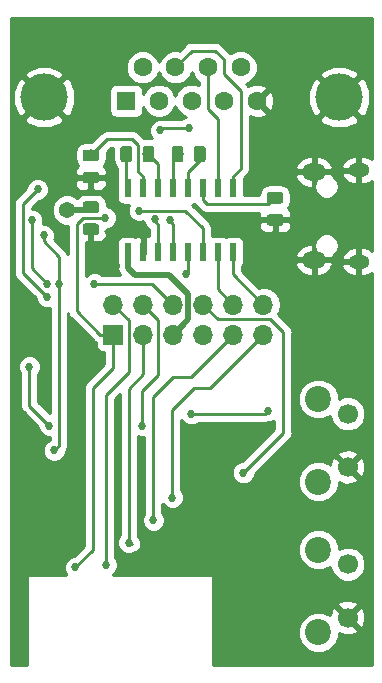
<source format=gbr>
G04 #@! TF.GenerationSoftware,KiCad,Pcbnew,(5.0.2)-1*
G04 #@! TF.CreationDate,2020-03-26T14:30:10-07:00*
G04 #@! TF.ProjectId,RetroWIFI,52657472-6f57-4494-9649-2e6b69636164,rev?*
G04 #@! TF.SameCoordinates,Original*
G04 #@! TF.FileFunction,Copper,L2,Bot*
G04 #@! TF.FilePolarity,Positive*
%FSLAX46Y46*%
G04 Gerber Fmt 4.6, Leading zero omitted, Abs format (unit mm)*
G04 Created by KiCad (PCBNEW (5.0.2)-1) date 3/26/2020 2:30:10 PM*
%MOMM*%
%LPD*%
G01*
G04 APERTURE LIST*
G04 #@! TA.AperFunction,ComponentPad*
%ADD10O,2.000000X1.450000*%
G04 #@! TD*
G04 #@! TA.AperFunction,ComponentPad*
%ADD11O,1.800000X1.150000*%
G04 #@! TD*
G04 #@! TA.AperFunction,Conductor*
%ADD12C,0.100000*%
G04 #@! TD*
G04 #@! TA.AperFunction,SMDPad,CuDef*
%ADD13C,0.975000*%
G04 #@! TD*
G04 #@! TA.AperFunction,ComponentPad*
%ADD14R,1.600000X1.600000*%
G04 #@! TD*
G04 #@! TA.AperFunction,ComponentPad*
%ADD15C,1.600000*%
G04 #@! TD*
G04 #@! TA.AperFunction,ComponentPad*
%ADD16C,4.000000*%
G04 #@! TD*
G04 #@! TA.AperFunction,SMDPad,CuDef*
%ADD17R,0.600000X1.500000*%
G04 #@! TD*
G04 #@! TA.AperFunction,ComponentPad*
%ADD18R,1.700000X1.700000*%
G04 #@! TD*
G04 #@! TA.AperFunction,ComponentPad*
%ADD19O,1.700000X1.700000*%
G04 #@! TD*
G04 #@! TA.AperFunction,ComponentPad*
%ADD20C,2.200000*%
G04 #@! TD*
G04 #@! TA.AperFunction,ComponentPad*
%ADD21C,1.700000*%
G04 #@! TD*
G04 #@! TA.AperFunction,ViaPad*
%ADD22C,1.371600*%
G04 #@! TD*
G04 #@! TA.AperFunction,ViaPad*
%ADD23C,0.686308*%
G04 #@! TD*
G04 #@! TA.AperFunction,Conductor*
%ADD24C,0.508000*%
G04 #@! TD*
G04 #@! TA.AperFunction,Conductor*
%ADD25C,0.254000*%
G04 #@! TD*
G04 APERTURE END LIST*
D10*
G04 #@! TO.P,J1,6*
G04 #@! TO.N,GND*
X156400000Y-103975000D03*
X156400000Y-96525000D03*
D11*
X160200000Y-104125000D03*
X160200000Y-96375000D03*
G04 #@! TD*
D12*
G04 #@! TO.N,+3V3*
G04 #@! TO.C,C3*
G36*
X137980142Y-99013674D02*
X138003803Y-99017184D01*
X138027007Y-99022996D01*
X138049529Y-99031054D01*
X138071153Y-99041282D01*
X138091670Y-99053579D01*
X138110883Y-99067829D01*
X138128607Y-99083893D01*
X138144671Y-99101617D01*
X138158921Y-99120830D01*
X138171218Y-99141347D01*
X138181446Y-99162971D01*
X138189504Y-99185493D01*
X138195316Y-99208697D01*
X138198826Y-99232358D01*
X138200000Y-99256250D01*
X138200000Y-99743750D01*
X138198826Y-99767642D01*
X138195316Y-99791303D01*
X138189504Y-99814507D01*
X138181446Y-99837029D01*
X138171218Y-99858653D01*
X138158921Y-99879170D01*
X138144671Y-99898383D01*
X138128607Y-99916107D01*
X138110883Y-99932171D01*
X138091670Y-99946421D01*
X138071153Y-99958718D01*
X138049529Y-99968946D01*
X138027007Y-99977004D01*
X138003803Y-99982816D01*
X137980142Y-99986326D01*
X137956250Y-99987500D01*
X137043750Y-99987500D01*
X137019858Y-99986326D01*
X136996197Y-99982816D01*
X136972993Y-99977004D01*
X136950471Y-99968946D01*
X136928847Y-99958718D01*
X136908330Y-99946421D01*
X136889117Y-99932171D01*
X136871393Y-99916107D01*
X136855329Y-99898383D01*
X136841079Y-99879170D01*
X136828782Y-99858653D01*
X136818554Y-99837029D01*
X136810496Y-99814507D01*
X136804684Y-99791303D01*
X136801174Y-99767642D01*
X136800000Y-99743750D01*
X136800000Y-99256250D01*
X136801174Y-99232358D01*
X136804684Y-99208697D01*
X136810496Y-99185493D01*
X136818554Y-99162971D01*
X136828782Y-99141347D01*
X136841079Y-99120830D01*
X136855329Y-99101617D01*
X136871393Y-99083893D01*
X136889117Y-99067829D01*
X136908330Y-99053579D01*
X136928847Y-99041282D01*
X136950471Y-99031054D01*
X136972993Y-99022996D01*
X136996197Y-99017184D01*
X137019858Y-99013674D01*
X137043750Y-99012500D01*
X137956250Y-99012500D01*
X137980142Y-99013674D01*
X137980142Y-99013674D01*
G37*
D13*
G04 #@! TD*
G04 #@! TO.P,C3,1*
G04 #@! TO.N,+3V3*
X137500000Y-99500000D03*
D12*
G04 #@! TO.N,GND*
G04 #@! TO.C,C3*
G36*
X137980142Y-100888674D02*
X138003803Y-100892184D01*
X138027007Y-100897996D01*
X138049529Y-100906054D01*
X138071153Y-100916282D01*
X138091670Y-100928579D01*
X138110883Y-100942829D01*
X138128607Y-100958893D01*
X138144671Y-100976617D01*
X138158921Y-100995830D01*
X138171218Y-101016347D01*
X138181446Y-101037971D01*
X138189504Y-101060493D01*
X138195316Y-101083697D01*
X138198826Y-101107358D01*
X138200000Y-101131250D01*
X138200000Y-101618750D01*
X138198826Y-101642642D01*
X138195316Y-101666303D01*
X138189504Y-101689507D01*
X138181446Y-101712029D01*
X138171218Y-101733653D01*
X138158921Y-101754170D01*
X138144671Y-101773383D01*
X138128607Y-101791107D01*
X138110883Y-101807171D01*
X138091670Y-101821421D01*
X138071153Y-101833718D01*
X138049529Y-101843946D01*
X138027007Y-101852004D01*
X138003803Y-101857816D01*
X137980142Y-101861326D01*
X137956250Y-101862500D01*
X137043750Y-101862500D01*
X137019858Y-101861326D01*
X136996197Y-101857816D01*
X136972993Y-101852004D01*
X136950471Y-101843946D01*
X136928847Y-101833718D01*
X136908330Y-101821421D01*
X136889117Y-101807171D01*
X136871393Y-101791107D01*
X136855329Y-101773383D01*
X136841079Y-101754170D01*
X136828782Y-101733653D01*
X136818554Y-101712029D01*
X136810496Y-101689507D01*
X136804684Y-101666303D01*
X136801174Y-101642642D01*
X136800000Y-101618750D01*
X136800000Y-101131250D01*
X136801174Y-101107358D01*
X136804684Y-101083697D01*
X136810496Y-101060493D01*
X136818554Y-101037971D01*
X136828782Y-101016347D01*
X136841079Y-100995830D01*
X136855329Y-100976617D01*
X136871393Y-100958893D01*
X136889117Y-100942829D01*
X136908330Y-100928579D01*
X136928847Y-100916282D01*
X136950471Y-100906054D01*
X136972993Y-100897996D01*
X136996197Y-100892184D01*
X137019858Y-100888674D01*
X137043750Y-100887500D01*
X137956250Y-100887500D01*
X137980142Y-100888674D01*
X137980142Y-100888674D01*
G37*
D13*
G04 #@! TD*
G04 #@! TO.P,C3,2*
G04 #@! TO.N,GND*
X137500000Y-101375000D03*
D12*
G04 #@! TO.N,Net-(C4-Pad1)*
G04 #@! TO.C,C4*
G36*
X140767642Y-94301174D02*
X140791303Y-94304684D01*
X140814507Y-94310496D01*
X140837029Y-94318554D01*
X140858653Y-94328782D01*
X140879170Y-94341079D01*
X140898383Y-94355329D01*
X140916107Y-94371393D01*
X140932171Y-94389117D01*
X140946421Y-94408330D01*
X140958718Y-94428847D01*
X140968946Y-94450471D01*
X140977004Y-94472993D01*
X140982816Y-94496197D01*
X140986326Y-94519858D01*
X140987500Y-94543750D01*
X140987500Y-95456250D01*
X140986326Y-95480142D01*
X140982816Y-95503803D01*
X140977004Y-95527007D01*
X140968946Y-95549529D01*
X140958718Y-95571153D01*
X140946421Y-95591670D01*
X140932171Y-95610883D01*
X140916107Y-95628607D01*
X140898383Y-95644671D01*
X140879170Y-95658921D01*
X140858653Y-95671218D01*
X140837029Y-95681446D01*
X140814507Y-95689504D01*
X140791303Y-95695316D01*
X140767642Y-95698826D01*
X140743750Y-95700000D01*
X140256250Y-95700000D01*
X140232358Y-95698826D01*
X140208697Y-95695316D01*
X140185493Y-95689504D01*
X140162971Y-95681446D01*
X140141347Y-95671218D01*
X140120830Y-95658921D01*
X140101617Y-95644671D01*
X140083893Y-95628607D01*
X140067829Y-95610883D01*
X140053579Y-95591670D01*
X140041282Y-95571153D01*
X140031054Y-95549529D01*
X140022996Y-95527007D01*
X140017184Y-95503803D01*
X140013674Y-95480142D01*
X140012500Y-95456250D01*
X140012500Y-94543750D01*
X140013674Y-94519858D01*
X140017184Y-94496197D01*
X140022996Y-94472993D01*
X140031054Y-94450471D01*
X140041282Y-94428847D01*
X140053579Y-94408330D01*
X140067829Y-94389117D01*
X140083893Y-94371393D01*
X140101617Y-94355329D01*
X140120830Y-94341079D01*
X140141347Y-94328782D01*
X140162971Y-94318554D01*
X140185493Y-94310496D01*
X140208697Y-94304684D01*
X140232358Y-94301174D01*
X140256250Y-94300000D01*
X140743750Y-94300000D01*
X140767642Y-94301174D01*
X140767642Y-94301174D01*
G37*
D13*
G04 #@! TD*
G04 #@! TO.P,C4,1*
G04 #@! TO.N,Net-(C4-Pad1)*
X140500000Y-95000000D03*
D12*
G04 #@! TO.N,Net-(C4-Pad2)*
G04 #@! TO.C,C4*
G36*
X142642642Y-94301174D02*
X142666303Y-94304684D01*
X142689507Y-94310496D01*
X142712029Y-94318554D01*
X142733653Y-94328782D01*
X142754170Y-94341079D01*
X142773383Y-94355329D01*
X142791107Y-94371393D01*
X142807171Y-94389117D01*
X142821421Y-94408330D01*
X142833718Y-94428847D01*
X142843946Y-94450471D01*
X142852004Y-94472993D01*
X142857816Y-94496197D01*
X142861326Y-94519858D01*
X142862500Y-94543750D01*
X142862500Y-95456250D01*
X142861326Y-95480142D01*
X142857816Y-95503803D01*
X142852004Y-95527007D01*
X142843946Y-95549529D01*
X142833718Y-95571153D01*
X142821421Y-95591670D01*
X142807171Y-95610883D01*
X142791107Y-95628607D01*
X142773383Y-95644671D01*
X142754170Y-95658921D01*
X142733653Y-95671218D01*
X142712029Y-95681446D01*
X142689507Y-95689504D01*
X142666303Y-95695316D01*
X142642642Y-95698826D01*
X142618750Y-95700000D01*
X142131250Y-95700000D01*
X142107358Y-95698826D01*
X142083697Y-95695316D01*
X142060493Y-95689504D01*
X142037971Y-95681446D01*
X142016347Y-95671218D01*
X141995830Y-95658921D01*
X141976617Y-95644671D01*
X141958893Y-95628607D01*
X141942829Y-95610883D01*
X141928579Y-95591670D01*
X141916282Y-95571153D01*
X141906054Y-95549529D01*
X141897996Y-95527007D01*
X141892184Y-95503803D01*
X141888674Y-95480142D01*
X141887500Y-95456250D01*
X141887500Y-94543750D01*
X141888674Y-94519858D01*
X141892184Y-94496197D01*
X141897996Y-94472993D01*
X141906054Y-94450471D01*
X141916282Y-94428847D01*
X141928579Y-94408330D01*
X141942829Y-94389117D01*
X141958893Y-94371393D01*
X141976617Y-94355329D01*
X141995830Y-94341079D01*
X142016347Y-94328782D01*
X142037971Y-94318554D01*
X142060493Y-94310496D01*
X142083697Y-94304684D01*
X142107358Y-94301174D01*
X142131250Y-94300000D01*
X142618750Y-94300000D01*
X142642642Y-94301174D01*
X142642642Y-94301174D01*
G37*
D13*
G04 #@! TD*
G04 #@! TO.P,C4,2*
G04 #@! TO.N,Net-(C4-Pad2)*
X142375000Y-95000000D03*
D12*
G04 #@! TO.N,Net-(C5-Pad2)*
G04 #@! TO.C,C5*
G36*
X146992642Y-94301174D02*
X147016303Y-94304684D01*
X147039507Y-94310496D01*
X147062029Y-94318554D01*
X147083653Y-94328782D01*
X147104170Y-94341079D01*
X147123383Y-94355329D01*
X147141107Y-94371393D01*
X147157171Y-94389117D01*
X147171421Y-94408330D01*
X147183718Y-94428847D01*
X147193946Y-94450471D01*
X147202004Y-94472993D01*
X147207816Y-94496197D01*
X147211326Y-94519858D01*
X147212500Y-94543750D01*
X147212500Y-95456250D01*
X147211326Y-95480142D01*
X147207816Y-95503803D01*
X147202004Y-95527007D01*
X147193946Y-95549529D01*
X147183718Y-95571153D01*
X147171421Y-95591670D01*
X147157171Y-95610883D01*
X147141107Y-95628607D01*
X147123383Y-95644671D01*
X147104170Y-95658921D01*
X147083653Y-95671218D01*
X147062029Y-95681446D01*
X147039507Y-95689504D01*
X147016303Y-95695316D01*
X146992642Y-95698826D01*
X146968750Y-95700000D01*
X146481250Y-95700000D01*
X146457358Y-95698826D01*
X146433697Y-95695316D01*
X146410493Y-95689504D01*
X146387971Y-95681446D01*
X146366347Y-95671218D01*
X146345830Y-95658921D01*
X146326617Y-95644671D01*
X146308893Y-95628607D01*
X146292829Y-95610883D01*
X146278579Y-95591670D01*
X146266282Y-95571153D01*
X146256054Y-95549529D01*
X146247996Y-95527007D01*
X146242184Y-95503803D01*
X146238674Y-95480142D01*
X146237500Y-95456250D01*
X146237500Y-94543750D01*
X146238674Y-94519858D01*
X146242184Y-94496197D01*
X146247996Y-94472993D01*
X146256054Y-94450471D01*
X146266282Y-94428847D01*
X146278579Y-94408330D01*
X146292829Y-94389117D01*
X146308893Y-94371393D01*
X146326617Y-94355329D01*
X146345830Y-94341079D01*
X146366347Y-94328782D01*
X146387971Y-94318554D01*
X146410493Y-94310496D01*
X146433697Y-94304684D01*
X146457358Y-94301174D01*
X146481250Y-94300000D01*
X146968750Y-94300000D01*
X146992642Y-94301174D01*
X146992642Y-94301174D01*
G37*
D13*
G04 #@! TD*
G04 #@! TO.P,C5,2*
G04 #@! TO.N,Net-(C5-Pad2)*
X146725000Y-95000000D03*
D12*
G04 #@! TO.N,Net-(C5-Pad1)*
G04 #@! TO.C,C5*
G36*
X145117642Y-94301174D02*
X145141303Y-94304684D01*
X145164507Y-94310496D01*
X145187029Y-94318554D01*
X145208653Y-94328782D01*
X145229170Y-94341079D01*
X145248383Y-94355329D01*
X145266107Y-94371393D01*
X145282171Y-94389117D01*
X145296421Y-94408330D01*
X145308718Y-94428847D01*
X145318946Y-94450471D01*
X145327004Y-94472993D01*
X145332816Y-94496197D01*
X145336326Y-94519858D01*
X145337500Y-94543750D01*
X145337500Y-95456250D01*
X145336326Y-95480142D01*
X145332816Y-95503803D01*
X145327004Y-95527007D01*
X145318946Y-95549529D01*
X145308718Y-95571153D01*
X145296421Y-95591670D01*
X145282171Y-95610883D01*
X145266107Y-95628607D01*
X145248383Y-95644671D01*
X145229170Y-95658921D01*
X145208653Y-95671218D01*
X145187029Y-95681446D01*
X145164507Y-95689504D01*
X145141303Y-95695316D01*
X145117642Y-95698826D01*
X145093750Y-95700000D01*
X144606250Y-95700000D01*
X144582358Y-95698826D01*
X144558697Y-95695316D01*
X144535493Y-95689504D01*
X144512971Y-95681446D01*
X144491347Y-95671218D01*
X144470830Y-95658921D01*
X144451617Y-95644671D01*
X144433893Y-95628607D01*
X144417829Y-95610883D01*
X144403579Y-95591670D01*
X144391282Y-95571153D01*
X144381054Y-95549529D01*
X144372996Y-95527007D01*
X144367184Y-95503803D01*
X144363674Y-95480142D01*
X144362500Y-95456250D01*
X144362500Y-94543750D01*
X144363674Y-94519858D01*
X144367184Y-94496197D01*
X144372996Y-94472993D01*
X144381054Y-94450471D01*
X144391282Y-94428847D01*
X144403579Y-94408330D01*
X144417829Y-94389117D01*
X144433893Y-94371393D01*
X144451617Y-94355329D01*
X144470830Y-94341079D01*
X144491347Y-94328782D01*
X144512971Y-94318554D01*
X144535493Y-94310496D01*
X144558697Y-94304684D01*
X144582358Y-94301174D01*
X144606250Y-94300000D01*
X145093750Y-94300000D01*
X145117642Y-94301174D01*
X145117642Y-94301174D01*
G37*
D13*
G04 #@! TD*
G04 #@! TO.P,C5,1*
G04 #@! TO.N,Net-(C5-Pad1)*
X144850000Y-95000000D03*
D12*
G04 #@! TO.N,GND*
G04 #@! TO.C,C6*
G36*
X137980142Y-96513674D02*
X138003803Y-96517184D01*
X138027007Y-96522996D01*
X138049529Y-96531054D01*
X138071153Y-96541282D01*
X138091670Y-96553579D01*
X138110883Y-96567829D01*
X138128607Y-96583893D01*
X138144671Y-96601617D01*
X138158921Y-96620830D01*
X138171218Y-96641347D01*
X138181446Y-96662971D01*
X138189504Y-96685493D01*
X138195316Y-96708697D01*
X138198826Y-96732358D01*
X138200000Y-96756250D01*
X138200000Y-97243750D01*
X138198826Y-97267642D01*
X138195316Y-97291303D01*
X138189504Y-97314507D01*
X138181446Y-97337029D01*
X138171218Y-97358653D01*
X138158921Y-97379170D01*
X138144671Y-97398383D01*
X138128607Y-97416107D01*
X138110883Y-97432171D01*
X138091670Y-97446421D01*
X138071153Y-97458718D01*
X138049529Y-97468946D01*
X138027007Y-97477004D01*
X138003803Y-97482816D01*
X137980142Y-97486326D01*
X137956250Y-97487500D01*
X137043750Y-97487500D01*
X137019858Y-97486326D01*
X136996197Y-97482816D01*
X136972993Y-97477004D01*
X136950471Y-97468946D01*
X136928847Y-97458718D01*
X136908330Y-97446421D01*
X136889117Y-97432171D01*
X136871393Y-97416107D01*
X136855329Y-97398383D01*
X136841079Y-97379170D01*
X136828782Y-97358653D01*
X136818554Y-97337029D01*
X136810496Y-97314507D01*
X136804684Y-97291303D01*
X136801174Y-97267642D01*
X136800000Y-97243750D01*
X136800000Y-96756250D01*
X136801174Y-96732358D01*
X136804684Y-96708697D01*
X136810496Y-96685493D01*
X136818554Y-96662971D01*
X136828782Y-96641347D01*
X136841079Y-96620830D01*
X136855329Y-96601617D01*
X136871393Y-96583893D01*
X136889117Y-96567829D01*
X136908330Y-96553579D01*
X136928847Y-96541282D01*
X136950471Y-96531054D01*
X136972993Y-96522996D01*
X136996197Y-96517184D01*
X137019858Y-96513674D01*
X137043750Y-96512500D01*
X137956250Y-96512500D01*
X137980142Y-96513674D01*
X137980142Y-96513674D01*
G37*
D13*
G04 #@! TD*
G04 #@! TO.P,C6,1*
G04 #@! TO.N,GND*
X137500000Y-97000000D03*
D12*
G04 #@! TO.N,Net-(C6-Pad2)*
G04 #@! TO.C,C6*
G36*
X137980142Y-94638674D02*
X138003803Y-94642184D01*
X138027007Y-94647996D01*
X138049529Y-94656054D01*
X138071153Y-94666282D01*
X138091670Y-94678579D01*
X138110883Y-94692829D01*
X138128607Y-94708893D01*
X138144671Y-94726617D01*
X138158921Y-94745830D01*
X138171218Y-94766347D01*
X138181446Y-94787971D01*
X138189504Y-94810493D01*
X138195316Y-94833697D01*
X138198826Y-94857358D01*
X138200000Y-94881250D01*
X138200000Y-95368750D01*
X138198826Y-95392642D01*
X138195316Y-95416303D01*
X138189504Y-95439507D01*
X138181446Y-95462029D01*
X138171218Y-95483653D01*
X138158921Y-95504170D01*
X138144671Y-95523383D01*
X138128607Y-95541107D01*
X138110883Y-95557171D01*
X138091670Y-95571421D01*
X138071153Y-95583718D01*
X138049529Y-95593946D01*
X138027007Y-95602004D01*
X138003803Y-95607816D01*
X137980142Y-95611326D01*
X137956250Y-95612500D01*
X137043750Y-95612500D01*
X137019858Y-95611326D01*
X136996197Y-95607816D01*
X136972993Y-95602004D01*
X136950471Y-95593946D01*
X136928847Y-95583718D01*
X136908330Y-95571421D01*
X136889117Y-95557171D01*
X136871393Y-95541107D01*
X136855329Y-95523383D01*
X136841079Y-95504170D01*
X136828782Y-95483653D01*
X136818554Y-95462029D01*
X136810496Y-95439507D01*
X136804684Y-95416303D01*
X136801174Y-95392642D01*
X136800000Y-95368750D01*
X136800000Y-94881250D01*
X136801174Y-94857358D01*
X136804684Y-94833697D01*
X136810496Y-94810493D01*
X136818554Y-94787971D01*
X136828782Y-94766347D01*
X136841079Y-94745830D01*
X136855329Y-94726617D01*
X136871393Y-94708893D01*
X136889117Y-94692829D01*
X136908330Y-94678579D01*
X136928847Y-94666282D01*
X136950471Y-94656054D01*
X136972993Y-94647996D01*
X136996197Y-94642184D01*
X137019858Y-94638674D01*
X137043750Y-94637500D01*
X137956250Y-94637500D01*
X137980142Y-94638674D01*
X137980142Y-94638674D01*
G37*
D13*
G04 #@! TD*
G04 #@! TO.P,C6,2*
G04 #@! TO.N,Net-(C6-Pad2)*
X137500000Y-95125000D03*
D12*
G04 #@! TO.N,Net-(C7-Pad2)*
G04 #@! TO.C,C7*
G36*
X153580142Y-98226174D02*
X153603803Y-98229684D01*
X153627007Y-98235496D01*
X153649529Y-98243554D01*
X153671153Y-98253782D01*
X153691670Y-98266079D01*
X153710883Y-98280329D01*
X153728607Y-98296393D01*
X153744671Y-98314117D01*
X153758921Y-98333330D01*
X153771218Y-98353847D01*
X153781446Y-98375471D01*
X153789504Y-98397993D01*
X153795316Y-98421197D01*
X153798826Y-98444858D01*
X153800000Y-98468750D01*
X153800000Y-98956250D01*
X153798826Y-98980142D01*
X153795316Y-99003803D01*
X153789504Y-99027007D01*
X153781446Y-99049529D01*
X153771218Y-99071153D01*
X153758921Y-99091670D01*
X153744671Y-99110883D01*
X153728607Y-99128607D01*
X153710883Y-99144671D01*
X153691670Y-99158921D01*
X153671153Y-99171218D01*
X153649529Y-99181446D01*
X153627007Y-99189504D01*
X153603803Y-99195316D01*
X153580142Y-99198826D01*
X153556250Y-99200000D01*
X152643750Y-99200000D01*
X152619858Y-99198826D01*
X152596197Y-99195316D01*
X152572993Y-99189504D01*
X152550471Y-99181446D01*
X152528847Y-99171218D01*
X152508330Y-99158921D01*
X152489117Y-99144671D01*
X152471393Y-99128607D01*
X152455329Y-99110883D01*
X152441079Y-99091670D01*
X152428782Y-99071153D01*
X152418554Y-99049529D01*
X152410496Y-99027007D01*
X152404684Y-99003803D01*
X152401174Y-98980142D01*
X152400000Y-98956250D01*
X152400000Y-98468750D01*
X152401174Y-98444858D01*
X152404684Y-98421197D01*
X152410496Y-98397993D01*
X152418554Y-98375471D01*
X152428782Y-98353847D01*
X152441079Y-98333330D01*
X152455329Y-98314117D01*
X152471393Y-98296393D01*
X152489117Y-98280329D01*
X152508330Y-98266079D01*
X152528847Y-98253782D01*
X152550471Y-98243554D01*
X152572993Y-98235496D01*
X152596197Y-98229684D01*
X152619858Y-98226174D01*
X152643750Y-98225000D01*
X153556250Y-98225000D01*
X153580142Y-98226174D01*
X153580142Y-98226174D01*
G37*
D13*
G04 #@! TD*
G04 #@! TO.P,C7,2*
G04 #@! TO.N,Net-(C7-Pad2)*
X153100000Y-98712500D03*
D12*
G04 #@! TO.N,GND*
G04 #@! TO.C,C7*
G36*
X153580142Y-100101174D02*
X153603803Y-100104684D01*
X153627007Y-100110496D01*
X153649529Y-100118554D01*
X153671153Y-100128782D01*
X153691670Y-100141079D01*
X153710883Y-100155329D01*
X153728607Y-100171393D01*
X153744671Y-100189117D01*
X153758921Y-100208330D01*
X153771218Y-100228847D01*
X153781446Y-100250471D01*
X153789504Y-100272993D01*
X153795316Y-100296197D01*
X153798826Y-100319858D01*
X153800000Y-100343750D01*
X153800000Y-100831250D01*
X153798826Y-100855142D01*
X153795316Y-100878803D01*
X153789504Y-100902007D01*
X153781446Y-100924529D01*
X153771218Y-100946153D01*
X153758921Y-100966670D01*
X153744671Y-100985883D01*
X153728607Y-101003607D01*
X153710883Y-101019671D01*
X153691670Y-101033921D01*
X153671153Y-101046218D01*
X153649529Y-101056446D01*
X153627007Y-101064504D01*
X153603803Y-101070316D01*
X153580142Y-101073826D01*
X153556250Y-101075000D01*
X152643750Y-101075000D01*
X152619858Y-101073826D01*
X152596197Y-101070316D01*
X152572993Y-101064504D01*
X152550471Y-101056446D01*
X152528847Y-101046218D01*
X152508330Y-101033921D01*
X152489117Y-101019671D01*
X152471393Y-101003607D01*
X152455329Y-100985883D01*
X152441079Y-100966670D01*
X152428782Y-100946153D01*
X152418554Y-100924529D01*
X152410496Y-100902007D01*
X152404684Y-100878803D01*
X152401174Y-100855142D01*
X152400000Y-100831250D01*
X152400000Y-100343750D01*
X152401174Y-100319858D01*
X152404684Y-100296197D01*
X152410496Y-100272993D01*
X152418554Y-100250471D01*
X152428782Y-100228847D01*
X152441079Y-100208330D01*
X152455329Y-100189117D01*
X152471393Y-100171393D01*
X152489117Y-100155329D01*
X152508330Y-100141079D01*
X152528847Y-100128782D01*
X152550471Y-100118554D01*
X152572993Y-100110496D01*
X152596197Y-100104684D01*
X152619858Y-100101174D01*
X152643750Y-100100000D01*
X153556250Y-100100000D01*
X153580142Y-100101174D01*
X153580142Y-100101174D01*
G37*
D13*
G04 #@! TD*
G04 #@! TO.P,C7,1*
G04 #@! TO.N,GND*
X153100000Y-100587500D03*
D14*
G04 #@! TO.P,J2,1*
G04 #@! TO.N,/DCD*
X140500000Y-90500000D03*
D15*
G04 #@! TO.P,J2,2*
G04 #@! TO.N,Net-(J2-Pad2)*
X143270000Y-90500000D03*
G04 #@! TO.P,J2,3*
G04 #@! TO.N,Net-(J2-Pad3)*
X146040000Y-90500000D03*
G04 #@! TO.P,J2,4*
G04 #@! TO.N,/DTR*
X148810000Y-90500000D03*
G04 #@! TO.P,J2,5*
G04 #@! TO.N,GND*
X151580000Y-90500000D03*
G04 #@! TO.P,J2,6*
G04 #@! TO.N,/DSR*
X141885000Y-87660000D03*
G04 #@! TO.P,J2,7*
G04 #@! TO.N,Net-(J2-Pad7)*
X144655000Y-87660000D03*
G04 #@! TO.P,J2,8*
G04 #@! TO.N,Net-(J2-Pad8)*
X147425000Y-87660000D03*
G04 #@! TO.P,J2,9*
G04 #@! TO.N,/RI*
X150195000Y-87660000D03*
D16*
G04 #@! TO.P,J2,0*
G04 #@! TO.N,GND*
X158540000Y-90200000D03*
X133540000Y-90200000D03*
G04 #@! TD*
D17*
G04 #@! TO.P,U2,1*
G04 #@! TO.N,Net-(C4-Pad1)*
X140650000Y-97912500D03*
G04 #@! TO.P,U2,2*
G04 #@! TO.N,Net-(C6-Pad2)*
X141920000Y-97912500D03*
G04 #@! TO.P,U2,3*
G04 #@! TO.N,Net-(C4-Pad2)*
X143190000Y-97912500D03*
G04 #@! TO.P,U2,4*
G04 #@! TO.N,Net-(C5-Pad1)*
X144460000Y-97912500D03*
G04 #@! TO.P,U2,5*
G04 #@! TO.N,Net-(C5-Pad2)*
X145730000Y-97912500D03*
G04 #@! TO.P,U2,6*
G04 #@! TO.N,Net-(C7-Pad2)*
X147000000Y-97912500D03*
G04 #@! TO.P,U2,7*
G04 #@! TO.N,Net-(J2-Pad8)*
X148270000Y-97912500D03*
G04 #@! TO.P,U2,8*
G04 #@! TO.N,Net-(J2-Pad7)*
X149540000Y-97912500D03*
G04 #@! TO.P,U2,9*
G04 #@! TO.N,Net-(J3-Pad12)*
X149540000Y-103312500D03*
G04 #@! TO.P,U2,10*
G04 #@! TO.N,Net-(J3-Pad10)*
X148270000Y-103312500D03*
G04 #@! TO.P,U2,11*
G04 #@! TO.N,/TX*
X147000000Y-103312500D03*
G04 #@! TO.P,U2,12*
G04 #@! TO.N,/RX*
X145730000Y-103312500D03*
G04 #@! TO.P,U2,13*
G04 #@! TO.N,Net-(J2-Pad2)*
X144460000Y-103312500D03*
G04 #@! TO.P,U2,14*
G04 #@! TO.N,Net-(J2-Pad3)*
X143190000Y-103312500D03*
G04 #@! TO.P,U2,15*
G04 #@! TO.N,GND*
X141920000Y-103312500D03*
G04 #@! TO.P,U2,16*
G04 #@! TO.N,+3V3*
X140650000Y-103312500D03*
G04 #@! TD*
D18*
G04 #@! TO.P,J3,1*
G04 #@! TO.N,/TX*
X139400000Y-110300000D03*
D19*
G04 #@! TO.P,J3,2*
G04 #@! TO.N,/DTR*
X139400000Y-107760000D03*
G04 #@! TO.P,J3,3*
G04 #@! TO.N,/RX*
X141940000Y-110300000D03*
G04 #@! TO.P,J3,4*
G04 #@! TO.N,/DSR*
X141940000Y-107760000D03*
G04 #@! TO.P,J3,5*
G04 #@! TO.N,+3V3*
X144480000Y-110300000D03*
G04 #@! TO.P,J3,6*
G04 #@! TO.N,/DCD*
X144480000Y-107760000D03*
G04 #@! TO.P,J3,7*
G04 #@! TO.N,GND*
X147020000Y-110300000D03*
G04 #@! TO.P,J3,8*
G04 #@! TO.N,/RI*
X147020000Y-107760000D03*
G04 #@! TO.P,J3,9*
G04 #@! TO.N,/CTS*
X149560000Y-110300000D03*
G04 #@! TO.P,J3,10*
G04 #@! TO.N,Net-(J3-Pad10)*
X149560000Y-107760000D03*
G04 #@! TO.P,J3,11*
G04 #@! TO.N,/RTS*
X152100000Y-110300000D03*
G04 #@! TO.P,J3,12*
G04 #@! TO.N,Net-(J3-Pad12)*
X152100000Y-107760000D03*
G04 #@! TD*
D20*
G04 #@! TO.P,SW1,*
G04 #@! TO.N,*
X156750000Y-135500000D03*
X156750000Y-128500000D03*
D21*
G04 #@! TO.P,SW1,2*
G04 #@! TO.N,GND*
X159250000Y-134250000D03*
G04 #@! TO.P,SW1,1*
G04 #@! TO.N,Net-(R2-Pad1)*
X159250000Y-129750000D03*
G04 #@! TD*
G04 #@! TO.P,SW2,1*
G04 #@! TO.N,Net-(R5-Pad1)*
X159250000Y-117000000D03*
G04 #@! TO.P,SW2,2*
G04 #@! TO.N,GND*
X159250000Y-121500000D03*
D20*
G04 #@! TO.P,SW2,*
G04 #@! TO.N,*
X156750000Y-115750000D03*
X156750000Y-122750000D03*
G04 #@! TD*
D22*
G04 #@! TO.N,+3V3*
X135500000Y-99750000D03*
D23*
G04 #@! TO.N,/RX*
X145600000Y-105200000D03*
X140700000Y-127900000D03*
G04 #@! TO.N,Net-(J2-Pad2)*
X144200000Y-100600000D03*
G04 #@! TO.N,Net-(J2-Pad3)*
X145800000Y-92800000D03*
X143400000Y-93000000D03*
X142900000Y-100500000D03*
G04 #@! TO.N,/CTS*
X142800000Y-126000000D03*
G04 #@! TO.N,/RTS*
X144400000Y-124100000D03*
G04 #@! TO.N,/TX*
X141600000Y-99800000D03*
X138700000Y-100400000D03*
X136200000Y-130000000D03*
G04 #@! TO.N,Net-(R3-Pad1)*
X132300000Y-113000000D03*
X134000000Y-118000000D03*
G04 #@! TO.N,Net-(R5-Pad1)*
X152500000Y-116750000D03*
X146000002Y-117000000D03*
G04 #@! TO.N,/DTR*
X138800000Y-129800000D03*
X132500000Y-100600000D03*
X133800000Y-105999998D03*
G04 #@! TO.N,/DSR*
X133000000Y-98000004D03*
X141799996Y-118000000D03*
X133799998Y-107100000D03*
G04 #@! TO.N,/DCD*
X134400000Y-120100000D03*
X137800002Y-106000000D03*
X134800000Y-106000012D03*
X133500000Y-101900000D03*
G04 #@! TO.N,/RI*
X150400000Y-122000000D03*
G04 #@! TD*
D24*
G04 #@! TO.N,+3V3*
X137250000Y-99750000D02*
X137500000Y-99500000D01*
X135500000Y-99750000D02*
X137250000Y-99750000D01*
X145329999Y-109450001D02*
X144480000Y-110300000D01*
X140650000Y-103312500D02*
X140650000Y-104650000D01*
X141210526Y-105210526D02*
X144110526Y-105210526D01*
X144110526Y-105210526D02*
X145763599Y-106863599D01*
X140650000Y-104650000D02*
X141210526Y-105210526D01*
X145763599Y-106863599D02*
X145763599Y-109016401D01*
X145763599Y-109016401D02*
X145329999Y-109450001D01*
D25*
G04 #@! TO.N,Net-(C4-Pad1)*
X140500000Y-97762500D02*
X140650000Y-97912500D01*
X140500000Y-95000000D02*
X140500000Y-97762500D01*
G04 #@! TO.N,Net-(C4-Pad2)*
X143190000Y-95815000D02*
X143190000Y-97912500D01*
X142375000Y-95000000D02*
X143190000Y-95815000D01*
G04 #@! TO.N,Net-(C5-Pad2)*
X145730000Y-96520000D02*
X145730000Y-97912500D01*
X146725000Y-95000000D02*
X146725000Y-95525000D01*
X146725000Y-95525000D02*
X145730000Y-96520000D01*
G04 #@! TO.N,Net-(C5-Pad1)*
X144460000Y-95390000D02*
X144850000Y-95000000D01*
X144460000Y-97912500D02*
X144460000Y-95390000D01*
G04 #@! TO.N,Net-(C6-Pad2)*
X141920000Y-96908500D02*
X141920000Y-97912500D01*
X141500000Y-96488500D02*
X141920000Y-96908500D01*
X141500000Y-94250000D02*
X141500000Y-96488500D01*
X141000000Y-93750000D02*
X141500000Y-94250000D01*
X137500000Y-95125000D02*
X138875000Y-93750000D01*
X138875000Y-93750000D02*
X141000000Y-93750000D01*
G04 #@! TO.N,Net-(C7-Pad2)*
X152543763Y-99268737D02*
X153100000Y-98712500D01*
X147352237Y-99268737D02*
X152543763Y-99268737D01*
X147000000Y-98916500D02*
X147352237Y-99268737D01*
X147000000Y-97912500D02*
X147000000Y-98916500D01*
G04 #@! TO.N,/RX*
X140900000Y-127900000D02*
X140700000Y-127900000D01*
X141000000Y-128000000D02*
X140900000Y-127900000D01*
X140700000Y-114900000D02*
X140700000Y-127900000D01*
X141940000Y-110300000D02*
X141940000Y-113660000D01*
X141940000Y-113660000D02*
X140700000Y-114900000D01*
X145700000Y-103342500D02*
X145730000Y-103312500D01*
X145600000Y-105200000D02*
X145700000Y-105100000D01*
X145700000Y-105100000D02*
X145700000Y-103342500D01*
G04 #@! TO.N,Net-(J2-Pad2)*
X144200000Y-100600000D02*
X144200000Y-100700000D01*
X144460000Y-100960000D02*
X144460000Y-103312500D01*
X144200000Y-100700000D02*
X144460000Y-100960000D01*
G04 #@! TO.N,Net-(J2-Pad3)*
X145800000Y-92800000D02*
X143600000Y-92800000D01*
X143600000Y-92800000D02*
X143400000Y-93000000D01*
X142900000Y-100500000D02*
X142900000Y-100700000D01*
X143190000Y-100990000D02*
X143190000Y-103312500D01*
X142900000Y-100700000D02*
X143190000Y-100990000D01*
G04 #@! TO.N,Net-(J2-Pad7)*
X146065000Y-86250000D02*
X144655000Y-87660000D01*
X148000000Y-86250000D02*
X146065000Y-86250000D01*
X149540000Y-96908500D02*
X150200000Y-96248500D01*
X149540000Y-97912500D02*
X149540000Y-96908500D01*
X150200000Y-96248500D02*
X150200000Y-89700000D01*
X150200000Y-89700000D02*
X148750000Y-88250000D01*
X148750000Y-88250000D02*
X148750000Y-87000000D01*
X148750000Y-87000000D02*
X148000000Y-86250000D01*
G04 #@! TO.N,Net-(J2-Pad8)*
X147425000Y-91175000D02*
X147425000Y-87660000D01*
X148270000Y-97912500D02*
X148270000Y-92020000D01*
X148270000Y-92020000D02*
X147425000Y-91175000D01*
G04 #@! TO.N,/CTS*
X145960000Y-113900000D02*
X149560000Y-110300000D01*
X144500000Y-113900000D02*
X145960000Y-113900000D01*
X142800000Y-126000000D02*
X142800000Y-115600000D01*
X142800000Y-115600000D02*
X144500000Y-113900000D01*
G04 #@! TO.N,/RTS*
X147560000Y-114840000D02*
X152100000Y-110300000D01*
X146260000Y-114840000D02*
X147560000Y-114840000D01*
X144400000Y-124100000D02*
X144400000Y-116700000D01*
X144400000Y-116700000D02*
X146260000Y-114840000D01*
G04 #@! TO.N,/TX*
X136250000Y-129950000D02*
X136200000Y-130000000D01*
X138296000Y-110300000D02*
X139400000Y-110300000D01*
X136300000Y-108304000D02*
X138296000Y-110300000D01*
X136300000Y-100900000D02*
X136300000Y-108304000D01*
X136800000Y-100400000D02*
X136300000Y-100900000D01*
X138700000Y-100400000D02*
X136800000Y-100400000D01*
X137700000Y-128500000D02*
X136200000Y-130000000D01*
X137700000Y-114800000D02*
X137700000Y-128500000D01*
X139400000Y-110300000D02*
X139400000Y-113100000D01*
X139400000Y-113100000D02*
X137700000Y-114800000D01*
X145500000Y-99800000D02*
X141600000Y-99800000D01*
X147000000Y-103312500D02*
X147000000Y-101300000D01*
X147000000Y-101300000D02*
X145500000Y-99800000D01*
G04 #@! TO.N,Net-(R3-Pad1)*
X132300000Y-113000000D02*
X132300000Y-116300000D01*
X132300000Y-116300000D02*
X134000000Y-118000000D01*
G04 #@! TO.N,Net-(R5-Pad1)*
X152250000Y-117000000D02*
X146000002Y-117000000D01*
X152500000Y-116750000D02*
X152250000Y-117000000D01*
G04 #@! TO.N,/DTR*
X138800000Y-115400000D02*
X138800000Y-129800000D01*
X140700000Y-113500000D02*
X138800000Y-115400000D01*
X139400000Y-107760000D02*
X140700000Y-109060000D01*
X140700000Y-109060000D02*
X140700000Y-113500000D01*
X132500000Y-104699998D02*
X133800000Y-105999998D01*
X132500000Y-100600000D02*
X132500000Y-104699998D01*
G04 #@! TO.N,/DSR*
X141799996Y-115100004D02*
X141799996Y-118000000D01*
X143200000Y-109020000D02*
X143200000Y-113700000D01*
X143200000Y-113700000D02*
X141799996Y-115100004D01*
X141940000Y-107760000D02*
X143200000Y-109020000D01*
X131756847Y-105056849D02*
X133799998Y-107100000D01*
X131756847Y-99243157D02*
X131756847Y-105056849D01*
X133000000Y-98000004D02*
X131756847Y-99243157D01*
G04 #@! TO.N,/DCD*
X144480000Y-107760000D02*
X142720000Y-106000000D01*
X142720000Y-106000000D02*
X137800002Y-106000000D01*
X134800000Y-119700000D02*
X134800000Y-106000012D01*
X134400000Y-120100000D02*
X134800000Y-119700000D01*
X133500000Y-102400000D02*
X134800000Y-103700000D01*
X134800000Y-103700000D02*
X134800000Y-106000012D01*
X133500000Y-101900000D02*
X133500000Y-102400000D01*
G04 #@! TO.N,/RI*
X153800000Y-118600000D02*
X150400000Y-122000000D01*
X153800000Y-110100000D02*
X153800000Y-118600000D01*
X152700000Y-109000000D02*
X153800000Y-110100000D01*
X147020000Y-107760000D02*
X148260000Y-109000000D01*
X148260000Y-109000000D02*
X152700000Y-109000000D01*
G04 #@! TO.N,Net-(J3-Pad10)*
X149540000Y-107160000D02*
X148950000Y-107750000D01*
X148270000Y-106470000D02*
X149560000Y-107760000D01*
X148270000Y-103312500D02*
X148270000Y-106470000D01*
G04 #@! TO.N,Net-(J3-Pad12)*
X149540000Y-105200000D02*
X152100000Y-107760000D01*
X149540000Y-103312500D02*
X149540000Y-105200000D01*
G04 #@! TD*
G04 #@! TO.N,GND*
G36*
X161290000Y-95459209D02*
X161105380Y-95305707D01*
X160652000Y-95165000D01*
X160327000Y-95165000D01*
X160327000Y-96248000D01*
X160347000Y-96248000D01*
X160347000Y-96502000D01*
X160327000Y-96502000D01*
X160327000Y-97585000D01*
X160652000Y-97585000D01*
X161105380Y-97444293D01*
X161290000Y-97290791D01*
X161290000Y-103209209D01*
X161105380Y-103055707D01*
X160652000Y-102915000D01*
X160327000Y-102915000D01*
X160327000Y-103998000D01*
X160347000Y-103998000D01*
X160347000Y-104252000D01*
X160327000Y-104252000D01*
X160327000Y-105335000D01*
X160652000Y-105335000D01*
X161105380Y-105194293D01*
X161290000Y-105040791D01*
X161290001Y-138290000D01*
X147869044Y-138290000D01*
X147877000Y-138250000D01*
X147877000Y-135154887D01*
X155015000Y-135154887D01*
X155015000Y-135845113D01*
X155279138Y-136482799D01*
X155767201Y-136970862D01*
X156404887Y-137235000D01*
X157095113Y-137235000D01*
X157732799Y-136970862D01*
X158220862Y-136482799D01*
X158485000Y-135845113D01*
X158485000Y-135552180D01*
X159021279Y-135746718D01*
X159611458Y-135720315D01*
X160034080Y-135545259D01*
X160114353Y-135293958D01*
X159250000Y-134429605D01*
X159235858Y-134443748D01*
X159056253Y-134264143D01*
X159070395Y-134250000D01*
X159429605Y-134250000D01*
X160293958Y-135114353D01*
X160545259Y-135034080D01*
X160746718Y-134478721D01*
X160720315Y-133888542D01*
X160545259Y-133465920D01*
X160293958Y-133385647D01*
X159429605Y-134250000D01*
X159070395Y-134250000D01*
X158206042Y-133385647D01*
X157954741Y-133465920D01*
X157753282Y-134021279D01*
X157754609Y-134050948D01*
X157732799Y-134029138D01*
X157095113Y-133765000D01*
X156404887Y-133765000D01*
X155767201Y-134029138D01*
X155279138Y-134517201D01*
X155015000Y-135154887D01*
X147877000Y-135154887D01*
X147877000Y-133206042D01*
X158385647Y-133206042D01*
X159250000Y-134070395D01*
X160114353Y-133206042D01*
X160034080Y-132954741D01*
X159478721Y-132753282D01*
X158888542Y-132779685D01*
X158465920Y-132954741D01*
X158385647Y-133206042D01*
X147877000Y-133206042D01*
X147877000Y-130750000D01*
X147867333Y-130701399D01*
X147839803Y-130660197D01*
X147798601Y-130632667D01*
X147750000Y-130623000D01*
X139360319Y-130623000D01*
X139629239Y-130354080D01*
X139778154Y-129994567D01*
X139778154Y-129605433D01*
X139629239Y-129245920D01*
X139562000Y-129178681D01*
X139562000Y-115715630D01*
X139938000Y-115339630D01*
X139938001Y-127278680D01*
X139870761Y-127345920D01*
X139721846Y-127705433D01*
X139721846Y-128094567D01*
X139870761Y-128454080D01*
X140145920Y-128729239D01*
X140505433Y-128878154D01*
X140894567Y-128878154D01*
X141254080Y-128729239D01*
X141257640Y-128725679D01*
X141297317Y-128717787D01*
X141549370Y-128549370D01*
X141717787Y-128297317D01*
X141746117Y-128154887D01*
X155015000Y-128154887D01*
X155015000Y-128845113D01*
X155279138Y-129482799D01*
X155767201Y-129970862D01*
X156404887Y-130235000D01*
X157095113Y-130235000D01*
X157732799Y-129970862D01*
X157765000Y-129938661D01*
X157765000Y-130045385D01*
X157991078Y-130591185D01*
X158408815Y-131008922D01*
X158954615Y-131235000D01*
X159545385Y-131235000D01*
X160091185Y-131008922D01*
X160508922Y-130591185D01*
X160735000Y-130045385D01*
X160735000Y-129454615D01*
X160508922Y-128908815D01*
X160091185Y-128491078D01*
X159545385Y-128265000D01*
X158954615Y-128265000D01*
X158485000Y-128459521D01*
X158485000Y-128154887D01*
X158220862Y-127517201D01*
X157732799Y-127029138D01*
X157095113Y-126765000D01*
X156404887Y-126765000D01*
X155767201Y-127029138D01*
X155279138Y-127517201D01*
X155015000Y-128154887D01*
X141746117Y-128154887D01*
X141776927Y-127999999D01*
X141717787Y-127702682D01*
X141610515Y-127542139D01*
X141529239Y-127345920D01*
X141462000Y-127278681D01*
X141462000Y-118918744D01*
X141605429Y-118978154D01*
X141994563Y-118978154D01*
X142038001Y-118960162D01*
X142038000Y-125378681D01*
X141970761Y-125445920D01*
X141821846Y-125805433D01*
X141821846Y-126194567D01*
X141970761Y-126554080D01*
X142245920Y-126829239D01*
X142605433Y-126978154D01*
X142994567Y-126978154D01*
X143354080Y-126829239D01*
X143629239Y-126554080D01*
X143778154Y-126194567D01*
X143778154Y-125805433D01*
X143629239Y-125445920D01*
X143562000Y-125378681D01*
X143562000Y-124632929D01*
X143570761Y-124654080D01*
X143845920Y-124929239D01*
X144205433Y-125078154D01*
X144594567Y-125078154D01*
X144954080Y-124929239D01*
X145229239Y-124654080D01*
X145378154Y-124294567D01*
X145378154Y-123905433D01*
X145229239Y-123545920D01*
X145162000Y-123478681D01*
X145162000Y-117532924D01*
X145170763Y-117554080D01*
X145445922Y-117829239D01*
X145805435Y-117978154D01*
X146194569Y-117978154D01*
X146554082Y-117829239D01*
X146621321Y-117762000D01*
X152174957Y-117762000D01*
X152250000Y-117776927D01*
X152325043Y-117762000D01*
X152325048Y-117762000D01*
X152495204Y-117728154D01*
X152694567Y-117728154D01*
X153038001Y-117585899D01*
X153038001Y-118284368D01*
X150300524Y-121021846D01*
X150205433Y-121021846D01*
X149845920Y-121170761D01*
X149570761Y-121445920D01*
X149421846Y-121805433D01*
X149421846Y-122194567D01*
X149570761Y-122554080D01*
X149845920Y-122829239D01*
X150205433Y-122978154D01*
X150594567Y-122978154D01*
X150954080Y-122829239D01*
X151229239Y-122554080D01*
X151291036Y-122404887D01*
X155015000Y-122404887D01*
X155015000Y-123095113D01*
X155279138Y-123732799D01*
X155767201Y-124220862D01*
X156404887Y-124485000D01*
X157095113Y-124485000D01*
X157732799Y-124220862D01*
X158220862Y-123732799D01*
X158485000Y-123095113D01*
X158485000Y-122802180D01*
X159021279Y-122996718D01*
X159611458Y-122970315D01*
X160034080Y-122795259D01*
X160114353Y-122543958D01*
X159250000Y-121679605D01*
X159235858Y-121693748D01*
X159056253Y-121514143D01*
X159070395Y-121500000D01*
X159429605Y-121500000D01*
X160293958Y-122364353D01*
X160545259Y-122284080D01*
X160746718Y-121728721D01*
X160720315Y-121138542D01*
X160545259Y-120715920D01*
X160293958Y-120635647D01*
X159429605Y-121500000D01*
X159070395Y-121500000D01*
X158206042Y-120635647D01*
X157954741Y-120715920D01*
X157753282Y-121271279D01*
X157754609Y-121300948D01*
X157732799Y-121279138D01*
X157095113Y-121015000D01*
X156404887Y-121015000D01*
X155767201Y-121279138D01*
X155279138Y-121767201D01*
X155015000Y-122404887D01*
X151291036Y-122404887D01*
X151378154Y-122194567D01*
X151378154Y-122099476D01*
X153021588Y-120456042D01*
X158385647Y-120456042D01*
X159250000Y-121320395D01*
X160114353Y-120456042D01*
X160034080Y-120204741D01*
X159478721Y-120003282D01*
X158888542Y-120029685D01*
X158465920Y-120204741D01*
X158385647Y-120456042D01*
X153021588Y-120456042D01*
X154285749Y-119191882D01*
X154349371Y-119149371D01*
X154517788Y-118897317D01*
X154562000Y-118675048D01*
X154562000Y-118675044D01*
X154576927Y-118600001D01*
X154562000Y-118524958D01*
X154562000Y-115404887D01*
X155015000Y-115404887D01*
X155015000Y-116095113D01*
X155279138Y-116732799D01*
X155767201Y-117220862D01*
X156404887Y-117485000D01*
X157095113Y-117485000D01*
X157732799Y-117220862D01*
X157765000Y-117188661D01*
X157765000Y-117295385D01*
X157991078Y-117841185D01*
X158408815Y-118258922D01*
X158954615Y-118485000D01*
X159545385Y-118485000D01*
X160091185Y-118258922D01*
X160508922Y-117841185D01*
X160735000Y-117295385D01*
X160735000Y-116704615D01*
X160508922Y-116158815D01*
X160091185Y-115741078D01*
X159545385Y-115515000D01*
X158954615Y-115515000D01*
X158485000Y-115709521D01*
X158485000Y-115404887D01*
X158220862Y-114767201D01*
X157732799Y-114279138D01*
X157095113Y-114015000D01*
X156404887Y-114015000D01*
X155767201Y-114279138D01*
X155279138Y-114767201D01*
X155015000Y-115404887D01*
X154562000Y-115404887D01*
X154562000Y-110175043D01*
X154576927Y-110100000D01*
X154562000Y-110024957D01*
X154562000Y-110024952D01*
X154517788Y-109802683D01*
X154349371Y-109550629D01*
X154285750Y-109508119D01*
X153345915Y-108568285D01*
X153498839Y-108339418D01*
X153614092Y-107760000D01*
X153498839Y-107180582D01*
X153170625Y-106689375D01*
X152679418Y-106361161D01*
X152246256Y-106275000D01*
X151953744Y-106275000D01*
X151735952Y-106318321D01*
X150302000Y-104884370D01*
X150302000Y-104514037D01*
X150436825Y-104312258D01*
X154807481Y-104312258D01*
X154819924Y-104378116D01*
X155073533Y-104846862D01*
X155487218Y-105182875D01*
X155998000Y-105335000D01*
X156273000Y-105335000D01*
X156273000Y-104102000D01*
X156527000Y-104102000D01*
X156527000Y-105335000D01*
X156802000Y-105335000D01*
X157312782Y-105182875D01*
X157726467Y-104846862D01*
X157947310Y-104438677D01*
X158706365Y-104438677D01*
X158708505Y-104470714D01*
X158929598Y-104890796D01*
X159294620Y-105194293D01*
X159748000Y-105335000D01*
X160073000Y-105335000D01*
X160073000Y-104252000D01*
X158831450Y-104252000D01*
X158706365Y-104438677D01*
X157947310Y-104438677D01*
X157980076Y-104378116D01*
X157992519Y-104312258D01*
X157869518Y-104102000D01*
X156527000Y-104102000D01*
X156273000Y-104102000D01*
X154930482Y-104102000D01*
X154807481Y-104312258D01*
X150436825Y-104312258D01*
X150438157Y-104310265D01*
X150487440Y-104062500D01*
X150487440Y-103637742D01*
X154807481Y-103637742D01*
X154930482Y-103848000D01*
X156273000Y-103848000D01*
X156273000Y-102750000D01*
X156394724Y-102750000D01*
X156475052Y-103153837D01*
X156527000Y-103231583D01*
X156527000Y-103848000D01*
X157869518Y-103848000D01*
X157890974Y-103811323D01*
X158706365Y-103811323D01*
X158831450Y-103998000D01*
X160073000Y-103998000D01*
X160073000Y-102915000D01*
X159748000Y-102915000D01*
X159294620Y-103055707D01*
X158929598Y-103359204D01*
X158708505Y-103779286D01*
X158706365Y-103811323D01*
X157890974Y-103811323D01*
X157992519Y-103637742D01*
X157991603Y-103632895D01*
X158196193Y-103496193D01*
X158424948Y-103153837D01*
X158505276Y-102750000D01*
X158424948Y-102346163D01*
X158196193Y-102003807D01*
X157853837Y-101775052D01*
X157551935Y-101715000D01*
X157348065Y-101715000D01*
X157046163Y-101775052D01*
X156703807Y-102003807D01*
X156475052Y-102346163D01*
X156394724Y-102750000D01*
X156273000Y-102750000D01*
X156273000Y-102615000D01*
X155998000Y-102615000D01*
X155487218Y-102767125D01*
X155073533Y-103103138D01*
X154819924Y-103571884D01*
X154807481Y-103637742D01*
X150487440Y-103637742D01*
X150487440Y-102562500D01*
X150438157Y-102314735D01*
X150297809Y-102104691D01*
X150087765Y-101964343D01*
X149840000Y-101915060D01*
X149240000Y-101915060D01*
X148992235Y-101964343D01*
X148905000Y-102022632D01*
X148817765Y-101964343D01*
X148570000Y-101915060D01*
X147970000Y-101915060D01*
X147762000Y-101956433D01*
X147762000Y-101375042D01*
X147776927Y-101299999D01*
X147762000Y-101224956D01*
X147762000Y-101224952D01*
X147717788Y-101002683D01*
X147709314Y-100990000D01*
X147631304Y-100873250D01*
X151765000Y-100873250D01*
X151765000Y-101201309D01*
X151861673Y-101434698D01*
X152040301Y-101613327D01*
X152273690Y-101710000D01*
X152814250Y-101710000D01*
X152973000Y-101551250D01*
X152973000Y-100714500D01*
X153227000Y-100714500D01*
X153227000Y-101551250D01*
X153385750Y-101710000D01*
X153926310Y-101710000D01*
X154159699Y-101613327D01*
X154338327Y-101434698D01*
X154435000Y-101201309D01*
X154435000Y-100873250D01*
X154276250Y-100714500D01*
X153227000Y-100714500D01*
X152973000Y-100714500D01*
X151923750Y-100714500D01*
X151765000Y-100873250D01*
X147631304Y-100873250D01*
X147591882Y-100814251D01*
X147549371Y-100750629D01*
X147485749Y-100708118D01*
X146091883Y-99314253D01*
X146082080Y-99299581D01*
X146277765Y-99260657D01*
X146302477Y-99244145D01*
X146337991Y-99297294D01*
X146450630Y-99465871D01*
X146514252Y-99508382D01*
X146760353Y-99754483D01*
X146802866Y-99818108D01*
X146959957Y-99923073D01*
X147054918Y-99986524D01*
X147054919Y-99986524D01*
X147054920Y-99986525D01*
X147277189Y-100030737D01*
X147277193Y-100030737D01*
X147352236Y-100045664D01*
X147427279Y-100030737D01*
X151765000Y-100030737D01*
X151765000Y-100301750D01*
X151923750Y-100460500D01*
X152973000Y-100460500D01*
X152973000Y-100440500D01*
X153227000Y-100440500D01*
X153227000Y-100460500D01*
X154276250Y-100460500D01*
X154435000Y-100301750D01*
X154435000Y-99973691D01*
X154338327Y-99740302D01*
X154185233Y-99587207D01*
X154186416Y-99586416D01*
X154379602Y-99297294D01*
X154447440Y-98956250D01*
X154447440Y-98468750D01*
X154379602Y-98127706D01*
X154186416Y-97838584D01*
X153897294Y-97645398D01*
X153556250Y-97577560D01*
X152643750Y-97577560D01*
X152302706Y-97645398D01*
X152013584Y-97838584D01*
X151820398Y-98127706D01*
X151752560Y-98468750D01*
X151752560Y-98506737D01*
X150487440Y-98506737D01*
X150487440Y-97162500D01*
X150466899Y-97059232D01*
X150663873Y-96862258D01*
X154807481Y-96862258D01*
X154819924Y-96928116D01*
X155073533Y-97396862D01*
X155487218Y-97732875D01*
X155998000Y-97885000D01*
X156273000Y-97885000D01*
X156273000Y-97750000D01*
X156394724Y-97750000D01*
X156475052Y-98153837D01*
X156703807Y-98496193D01*
X157046163Y-98724948D01*
X157348065Y-98785000D01*
X157551935Y-98785000D01*
X157853837Y-98724948D01*
X158196193Y-98496193D01*
X158424948Y-98153837D01*
X158505276Y-97750000D01*
X158424948Y-97346163D01*
X158196193Y-97003807D01*
X157991603Y-96867105D01*
X157992519Y-96862258D01*
X157890975Y-96688677D01*
X158706365Y-96688677D01*
X158708505Y-96720714D01*
X158929598Y-97140796D01*
X159294620Y-97444293D01*
X159748000Y-97585000D01*
X160073000Y-97585000D01*
X160073000Y-96502000D01*
X158831450Y-96502000D01*
X158706365Y-96688677D01*
X157890975Y-96688677D01*
X157869518Y-96652000D01*
X156527000Y-96652000D01*
X156527000Y-97268417D01*
X156475052Y-97346163D01*
X156394724Y-97750000D01*
X156273000Y-97750000D01*
X156273000Y-96652000D01*
X154930482Y-96652000D01*
X154807481Y-96862258D01*
X150663873Y-96862258D01*
X150685750Y-96840381D01*
X150749371Y-96797871D01*
X150917788Y-96545817D01*
X150962000Y-96323548D01*
X150962000Y-96323543D01*
X150976927Y-96248500D01*
X150964842Y-96187742D01*
X154807481Y-96187742D01*
X154930482Y-96398000D01*
X156273000Y-96398000D01*
X156273000Y-95165000D01*
X156527000Y-95165000D01*
X156527000Y-96398000D01*
X157869518Y-96398000D01*
X157992519Y-96187742D01*
X157980076Y-96121884D01*
X157947311Y-96061323D01*
X158706365Y-96061323D01*
X158831450Y-96248000D01*
X160073000Y-96248000D01*
X160073000Y-95165000D01*
X159748000Y-95165000D01*
X159294620Y-95305707D01*
X158929598Y-95609204D01*
X158708505Y-96029286D01*
X158706365Y-96061323D01*
X157947311Y-96061323D01*
X157726467Y-95653138D01*
X157312782Y-95317125D01*
X156802000Y-95165000D01*
X156527000Y-95165000D01*
X156273000Y-95165000D01*
X155998000Y-95165000D01*
X155487218Y-95317125D01*
X155073533Y-95653138D01*
X154819924Y-96121884D01*
X154807481Y-96187742D01*
X150964842Y-96187742D01*
X150962000Y-96173457D01*
X150962000Y-92075022D01*
X156844584Y-92075022D01*
X157065353Y-92445743D01*
X158037012Y-92839119D01*
X159085247Y-92830713D01*
X160014647Y-92445743D01*
X160235416Y-92075022D01*
X158540000Y-90379605D01*
X156844584Y-92075022D01*
X150962000Y-92075022D01*
X150962000Y-91802750D01*
X151363223Y-91946965D01*
X151933454Y-91919778D01*
X152334005Y-91753864D01*
X152408139Y-91507745D01*
X151580000Y-90679605D01*
X151565858Y-90693748D01*
X151386252Y-90514142D01*
X151400395Y-90500000D01*
X151759605Y-90500000D01*
X152587745Y-91328139D01*
X152833864Y-91254005D01*
X153026965Y-90716777D01*
X152999778Y-90146546D01*
X152833864Y-89745995D01*
X152671245Y-89697012D01*
X155900881Y-89697012D01*
X155909287Y-90745247D01*
X156294257Y-91674647D01*
X156664978Y-91895416D01*
X158360395Y-90200000D01*
X158719605Y-90200000D01*
X160415022Y-91895416D01*
X160785743Y-91674647D01*
X161179119Y-90702988D01*
X161170713Y-89654753D01*
X160785743Y-88725353D01*
X160415022Y-88504584D01*
X158719605Y-90200000D01*
X158360395Y-90200000D01*
X156664978Y-88504584D01*
X156294257Y-88725353D01*
X155900881Y-89697012D01*
X152671245Y-89697012D01*
X152587745Y-89671861D01*
X151759605Y-90500000D01*
X151400395Y-90500000D01*
X151386252Y-90485858D01*
X151565858Y-90306252D01*
X151580000Y-90320395D01*
X152408139Y-89492255D01*
X152334005Y-89246136D01*
X151796777Y-89053035D01*
X151226546Y-89080222D01*
X150825995Y-89246136D01*
X150822015Y-89259349D01*
X150749371Y-89150629D01*
X150685749Y-89108118D01*
X150616339Y-89038708D01*
X151007862Y-88876534D01*
X151411534Y-88472862D01*
X151472789Y-88324978D01*
X156844584Y-88324978D01*
X158540000Y-90020395D01*
X160235416Y-88324978D01*
X160014647Y-87954257D01*
X159042988Y-87560881D01*
X157994753Y-87569287D01*
X157065353Y-87954257D01*
X156844584Y-88324978D01*
X151472789Y-88324978D01*
X151630000Y-87945439D01*
X151630000Y-87374561D01*
X151411534Y-86847138D01*
X151007862Y-86443466D01*
X150480439Y-86225000D01*
X149909561Y-86225000D01*
X149382138Y-86443466D01*
X149329654Y-86495950D01*
X149299371Y-86450629D01*
X149235749Y-86408118D01*
X148591883Y-85764253D01*
X148549371Y-85700629D01*
X148297317Y-85532212D01*
X148075048Y-85488000D01*
X148075043Y-85488000D01*
X148000000Y-85473073D01*
X147924957Y-85488000D01*
X146140042Y-85488000D01*
X146064999Y-85473073D01*
X145989956Y-85488000D01*
X145989952Y-85488000D01*
X145767683Y-85532212D01*
X145515629Y-85700629D01*
X145473118Y-85764251D01*
X144991301Y-86246068D01*
X144940439Y-86225000D01*
X144369561Y-86225000D01*
X143842138Y-86443466D01*
X143438466Y-86847138D01*
X143270000Y-87253850D01*
X143101534Y-86847138D01*
X142697862Y-86443466D01*
X142170439Y-86225000D01*
X141599561Y-86225000D01*
X141072138Y-86443466D01*
X140668466Y-86847138D01*
X140450000Y-87374561D01*
X140450000Y-87945439D01*
X140668466Y-88472862D01*
X141072138Y-88876534D01*
X141599561Y-89095000D01*
X142170439Y-89095000D01*
X142697862Y-88876534D01*
X143101534Y-88472862D01*
X143270000Y-88066150D01*
X143438466Y-88472862D01*
X143842138Y-88876534D01*
X144369561Y-89095000D01*
X144940439Y-89095000D01*
X145467862Y-88876534D01*
X145871534Y-88472862D01*
X146040000Y-88066150D01*
X146208466Y-88472862D01*
X146612138Y-88876534D01*
X146663001Y-88897602D01*
X146663001Y-89204823D01*
X146325439Y-89065000D01*
X145754561Y-89065000D01*
X145227138Y-89283466D01*
X144823466Y-89687138D01*
X144655000Y-90093850D01*
X144486534Y-89687138D01*
X144082862Y-89283466D01*
X143555439Y-89065000D01*
X142984561Y-89065000D01*
X142457138Y-89283466D01*
X142053466Y-89687138D01*
X141947440Y-89943107D01*
X141947440Y-89700000D01*
X141898157Y-89452235D01*
X141757809Y-89242191D01*
X141547765Y-89101843D01*
X141300000Y-89052560D01*
X139700000Y-89052560D01*
X139452235Y-89101843D01*
X139242191Y-89242191D01*
X139101843Y-89452235D01*
X139052560Y-89700000D01*
X139052560Y-91300000D01*
X139101843Y-91547765D01*
X139242191Y-91757809D01*
X139452235Y-91898157D01*
X139700000Y-91947440D01*
X141300000Y-91947440D01*
X141547765Y-91898157D01*
X141757809Y-91757809D01*
X141898157Y-91547765D01*
X141947440Y-91300000D01*
X141947440Y-91056893D01*
X142053466Y-91312862D01*
X142457138Y-91716534D01*
X142984561Y-91935000D01*
X143555439Y-91935000D01*
X144082862Y-91716534D01*
X144486534Y-91312862D01*
X144655000Y-90906150D01*
X144823466Y-91312862D01*
X145227138Y-91716534D01*
X145543408Y-91847538D01*
X145245920Y-91970761D01*
X145178681Y-92038000D01*
X143675047Y-92038000D01*
X143600000Y-92023072D01*
X143598329Y-92023404D01*
X143594567Y-92021846D01*
X143205433Y-92021846D01*
X142845920Y-92170761D01*
X142570761Y-92445920D01*
X142421846Y-92805433D01*
X142421846Y-93194567D01*
X142570761Y-93554080D01*
X142681778Y-93665097D01*
X142618750Y-93652560D01*
X142131250Y-93652560D01*
X142012717Y-93676138D01*
X141985749Y-93658119D01*
X141591883Y-93264253D01*
X141549371Y-93200629D01*
X141297317Y-93032212D01*
X141075048Y-92988000D01*
X141075043Y-92988000D01*
X141000000Y-92973073D01*
X140924957Y-92988000D01*
X138950047Y-92988000D01*
X138875000Y-92973072D01*
X138799953Y-92988000D01*
X138799952Y-92988000D01*
X138577683Y-93032212D01*
X138325629Y-93200629D01*
X138283118Y-93264251D01*
X137557310Y-93990060D01*
X137043750Y-93990060D01*
X136702706Y-94057898D01*
X136413584Y-94251084D01*
X136220398Y-94540206D01*
X136152560Y-94881250D01*
X136152560Y-95368750D01*
X136220398Y-95709794D01*
X136413584Y-95998916D01*
X136414767Y-95999707D01*
X136261673Y-96152802D01*
X136165000Y-96386191D01*
X136165000Y-96714250D01*
X136323750Y-96873000D01*
X137373000Y-96873000D01*
X137373000Y-96853000D01*
X137627000Y-96853000D01*
X137627000Y-96873000D01*
X138676250Y-96873000D01*
X138835000Y-96714250D01*
X138835000Y-96386191D01*
X138738327Y-96152802D01*
X138585233Y-95999707D01*
X138586416Y-95998916D01*
X138779602Y-95709794D01*
X138847440Y-95368750D01*
X138847440Y-94881250D01*
X138843116Y-94859514D01*
X139190631Y-94512000D01*
X139371375Y-94512000D01*
X139365060Y-94543750D01*
X139365060Y-95456250D01*
X139432898Y-95797294D01*
X139626084Y-96086416D01*
X139738000Y-96161196D01*
X139738001Y-96984326D01*
X139702560Y-97162500D01*
X139702560Y-98662500D01*
X139751843Y-98910265D01*
X139892191Y-99120309D01*
X140102235Y-99260657D01*
X140350000Y-99309940D01*
X140744243Y-99309940D01*
X140621846Y-99605433D01*
X140621846Y-99994567D01*
X140770761Y-100354080D01*
X141045920Y-100629239D01*
X141405433Y-100778154D01*
X141794567Y-100778154D01*
X141932759Y-100720913D01*
X142070761Y-101054080D01*
X142345920Y-101329239D01*
X142428000Y-101363238D01*
X142428000Y-101961337D01*
X142346310Y-101927500D01*
X142205750Y-101927500D01*
X142047000Y-102086250D01*
X142047000Y-103185500D01*
X142067000Y-103185500D01*
X142067000Y-103439500D01*
X142047000Y-103439500D01*
X142047000Y-103459500D01*
X141793000Y-103459500D01*
X141793000Y-103439500D01*
X141773000Y-103439500D01*
X141773000Y-103185500D01*
X141793000Y-103185500D01*
X141793000Y-102086250D01*
X141634250Y-101927500D01*
X141493690Y-101927500D01*
X141276972Y-102017268D01*
X141197765Y-101964343D01*
X140950000Y-101915060D01*
X140350000Y-101915060D01*
X140102235Y-101964343D01*
X139892191Y-102104691D01*
X139751843Y-102314735D01*
X139702560Y-102562500D01*
X139702560Y-104062500D01*
X139751843Y-104310265D01*
X139761001Y-104323970D01*
X139761001Y-104562441D01*
X139743584Y-104650000D01*
X139812582Y-104996870D01*
X139948309Y-105200000D01*
X139973699Y-105238000D01*
X138421321Y-105238000D01*
X138354082Y-105170761D01*
X137994569Y-105021846D01*
X137605435Y-105021846D01*
X137245922Y-105170761D01*
X137062000Y-105354683D01*
X137062000Y-102497500D01*
X137214250Y-102497500D01*
X137373000Y-102338750D01*
X137373000Y-101502000D01*
X137353000Y-101502000D01*
X137353000Y-101248000D01*
X137373000Y-101248000D01*
X137373000Y-101228000D01*
X137627000Y-101228000D01*
X137627000Y-101248000D01*
X137647000Y-101248000D01*
X137647000Y-101502000D01*
X137627000Y-101502000D01*
X137627000Y-102338750D01*
X137785750Y-102497500D01*
X138326310Y-102497500D01*
X138559699Y-102400827D01*
X138738327Y-102222198D01*
X138835000Y-101988809D01*
X138835000Y-101660750D01*
X138676252Y-101502002D01*
X138835000Y-101502002D01*
X138835000Y-101378154D01*
X138894567Y-101378154D01*
X139254080Y-101229239D01*
X139529239Y-100954080D01*
X139678154Y-100594567D01*
X139678154Y-100205433D01*
X139529239Y-99845920D01*
X139254080Y-99570761D01*
X138894567Y-99421846D01*
X138847440Y-99421846D01*
X138847440Y-99256250D01*
X138779602Y-98915206D01*
X138586416Y-98626084D01*
X138297294Y-98432898D01*
X137956250Y-98365060D01*
X137043750Y-98365060D01*
X136702706Y-98432898D01*
X136413584Y-98626084D01*
X136345649Y-98727756D01*
X136248173Y-98630280D01*
X135762723Y-98429200D01*
X135237277Y-98429200D01*
X134751827Y-98630280D01*
X134380280Y-99001827D01*
X134179200Y-99487277D01*
X134179200Y-100012723D01*
X134380280Y-100498173D01*
X134751827Y-100869720D01*
X135237277Y-101070800D01*
X135538000Y-101070800D01*
X135538000Y-103504297D01*
X135517788Y-103402683D01*
X135349371Y-103150629D01*
X135285750Y-103108119D01*
X134417831Y-102240200D01*
X134478154Y-102094567D01*
X134478154Y-101705433D01*
X134329239Y-101345920D01*
X134054080Y-101070761D01*
X133694567Y-100921846D01*
X133425433Y-100921846D01*
X133478154Y-100794567D01*
X133478154Y-100405433D01*
X133329239Y-100045920D01*
X133054080Y-99770761D01*
X132694567Y-99621846D01*
X132518847Y-99621846D01*
X132518847Y-99558787D01*
X133099477Y-98978158D01*
X133194567Y-98978158D01*
X133554080Y-98829243D01*
X133829239Y-98554084D01*
X133978154Y-98194571D01*
X133978154Y-97805437D01*
X133829239Y-97445924D01*
X133669065Y-97285750D01*
X136165000Y-97285750D01*
X136165000Y-97613809D01*
X136261673Y-97847198D01*
X136440301Y-98025827D01*
X136673690Y-98122500D01*
X137214250Y-98122500D01*
X137373000Y-97963750D01*
X137373000Y-97127000D01*
X137627000Y-97127000D01*
X137627000Y-97963750D01*
X137785750Y-98122500D01*
X138326310Y-98122500D01*
X138559699Y-98025827D01*
X138738327Y-97847198D01*
X138835000Y-97613809D01*
X138835000Y-97285750D01*
X138676250Y-97127000D01*
X137627000Y-97127000D01*
X137373000Y-97127000D01*
X136323750Y-97127000D01*
X136165000Y-97285750D01*
X133669065Y-97285750D01*
X133554080Y-97170765D01*
X133194567Y-97021850D01*
X132805433Y-97021850D01*
X132445920Y-97170765D01*
X132170761Y-97445924D01*
X132021846Y-97805437D01*
X132021846Y-97900527D01*
X131271100Y-98651274D01*
X131207476Y-98693786D01*
X131039059Y-98945841D01*
X130994847Y-99168110D01*
X130994847Y-99168114D01*
X130979920Y-99243157D01*
X130994847Y-99318200D01*
X130994848Y-104981801D01*
X130979920Y-105056849D01*
X131039060Y-105354166D01*
X131128097Y-105487419D01*
X131207477Y-105606220D01*
X131271098Y-105648730D01*
X132821844Y-107199477D01*
X132821844Y-107294567D01*
X132970759Y-107654080D01*
X133245918Y-107929239D01*
X133605431Y-108078154D01*
X133994565Y-108078154D01*
X134038001Y-108060162D01*
X134038000Y-116960370D01*
X133062000Y-115984370D01*
X133062000Y-113621319D01*
X133129239Y-113554080D01*
X133278154Y-113194567D01*
X133278154Y-112805433D01*
X133129239Y-112445920D01*
X132854080Y-112170761D01*
X132494567Y-112021846D01*
X132105433Y-112021846D01*
X131745920Y-112170761D01*
X131470761Y-112445920D01*
X131321846Y-112805433D01*
X131321846Y-113194567D01*
X131470761Y-113554080D01*
X131538000Y-113621319D01*
X131538001Y-116224952D01*
X131523073Y-116300000D01*
X131582213Y-116597317D01*
X131650824Y-116700000D01*
X131750630Y-116849371D01*
X131814251Y-116891881D01*
X133021846Y-118099477D01*
X133021846Y-118194567D01*
X133170761Y-118554080D01*
X133445920Y-118829239D01*
X133805433Y-118978154D01*
X134038000Y-118978154D01*
X134038000Y-119191199D01*
X133845920Y-119270761D01*
X133570761Y-119545920D01*
X133421846Y-119905433D01*
X133421846Y-120294567D01*
X133570761Y-120654080D01*
X133845920Y-120929239D01*
X134205433Y-121078154D01*
X134594567Y-121078154D01*
X134954080Y-120929239D01*
X135229239Y-120654080D01*
X135378154Y-120294567D01*
X135378154Y-120206294D01*
X135467431Y-120072681D01*
X135517787Y-119997319D01*
X135517787Y-119997318D01*
X135517788Y-119997317D01*
X135562000Y-119775048D01*
X135562000Y-119775044D01*
X135576927Y-119700001D01*
X135562000Y-119624958D01*
X135562000Y-108499699D01*
X135582213Y-108601317D01*
X135690035Y-108762684D01*
X135750630Y-108853371D01*
X135814251Y-108895881D01*
X137704118Y-110785749D01*
X137746629Y-110849371D01*
X137810251Y-110891882D01*
X137902560Y-110953561D01*
X137902560Y-111150000D01*
X137951843Y-111397765D01*
X138092191Y-111607809D01*
X138302235Y-111748157D01*
X138550000Y-111797440D01*
X138638001Y-111797440D01*
X138638001Y-112784368D01*
X137214253Y-114208117D01*
X137150629Y-114250629D01*
X136982212Y-114502684D01*
X136938000Y-114724953D01*
X136938000Y-114724957D01*
X136923073Y-114800000D01*
X136938000Y-114875043D01*
X136938001Y-128184368D01*
X136100524Y-129021846D01*
X136005433Y-129021846D01*
X135645920Y-129170761D01*
X135370761Y-129445920D01*
X135221846Y-129805433D01*
X135221846Y-130194567D01*
X135370761Y-130554080D01*
X135439681Y-130623000D01*
X132250000Y-130623000D01*
X132201399Y-130632667D01*
X132160197Y-130660197D01*
X132132667Y-130701399D01*
X132123000Y-130750000D01*
X132123000Y-138250000D01*
X132130956Y-138290000D01*
X130710000Y-138290000D01*
X130710000Y-92075022D01*
X131844584Y-92075022D01*
X132065353Y-92445743D01*
X133037012Y-92839119D01*
X134085247Y-92830713D01*
X135014647Y-92445743D01*
X135235416Y-92075022D01*
X133540000Y-90379605D01*
X131844584Y-92075022D01*
X130710000Y-92075022D01*
X130710000Y-89697012D01*
X130900881Y-89697012D01*
X130909287Y-90745247D01*
X131294257Y-91674647D01*
X131664978Y-91895416D01*
X133360395Y-90200000D01*
X133719605Y-90200000D01*
X135415022Y-91895416D01*
X135785743Y-91674647D01*
X136179119Y-90702988D01*
X136170713Y-89654753D01*
X135785743Y-88725353D01*
X135415022Y-88504584D01*
X133719605Y-90200000D01*
X133360395Y-90200000D01*
X131664978Y-88504584D01*
X131294257Y-88725353D01*
X130900881Y-89697012D01*
X130710000Y-89697012D01*
X130710000Y-88324978D01*
X131844584Y-88324978D01*
X133540000Y-90020395D01*
X135235416Y-88324978D01*
X135014647Y-87954257D01*
X134042988Y-87560881D01*
X132994753Y-87569287D01*
X132065353Y-87954257D01*
X131844584Y-88324978D01*
X130710000Y-88324978D01*
X130710000Y-83460000D01*
X161290000Y-83460000D01*
X161290000Y-95459209D01*
X161290000Y-95459209D01*
G37*
X161290000Y-95459209D02*
X161105380Y-95305707D01*
X160652000Y-95165000D01*
X160327000Y-95165000D01*
X160327000Y-96248000D01*
X160347000Y-96248000D01*
X160347000Y-96502000D01*
X160327000Y-96502000D01*
X160327000Y-97585000D01*
X160652000Y-97585000D01*
X161105380Y-97444293D01*
X161290000Y-97290791D01*
X161290000Y-103209209D01*
X161105380Y-103055707D01*
X160652000Y-102915000D01*
X160327000Y-102915000D01*
X160327000Y-103998000D01*
X160347000Y-103998000D01*
X160347000Y-104252000D01*
X160327000Y-104252000D01*
X160327000Y-105335000D01*
X160652000Y-105335000D01*
X161105380Y-105194293D01*
X161290000Y-105040791D01*
X161290001Y-138290000D01*
X147869044Y-138290000D01*
X147877000Y-138250000D01*
X147877000Y-135154887D01*
X155015000Y-135154887D01*
X155015000Y-135845113D01*
X155279138Y-136482799D01*
X155767201Y-136970862D01*
X156404887Y-137235000D01*
X157095113Y-137235000D01*
X157732799Y-136970862D01*
X158220862Y-136482799D01*
X158485000Y-135845113D01*
X158485000Y-135552180D01*
X159021279Y-135746718D01*
X159611458Y-135720315D01*
X160034080Y-135545259D01*
X160114353Y-135293958D01*
X159250000Y-134429605D01*
X159235858Y-134443748D01*
X159056253Y-134264143D01*
X159070395Y-134250000D01*
X159429605Y-134250000D01*
X160293958Y-135114353D01*
X160545259Y-135034080D01*
X160746718Y-134478721D01*
X160720315Y-133888542D01*
X160545259Y-133465920D01*
X160293958Y-133385647D01*
X159429605Y-134250000D01*
X159070395Y-134250000D01*
X158206042Y-133385647D01*
X157954741Y-133465920D01*
X157753282Y-134021279D01*
X157754609Y-134050948D01*
X157732799Y-134029138D01*
X157095113Y-133765000D01*
X156404887Y-133765000D01*
X155767201Y-134029138D01*
X155279138Y-134517201D01*
X155015000Y-135154887D01*
X147877000Y-135154887D01*
X147877000Y-133206042D01*
X158385647Y-133206042D01*
X159250000Y-134070395D01*
X160114353Y-133206042D01*
X160034080Y-132954741D01*
X159478721Y-132753282D01*
X158888542Y-132779685D01*
X158465920Y-132954741D01*
X158385647Y-133206042D01*
X147877000Y-133206042D01*
X147877000Y-130750000D01*
X147867333Y-130701399D01*
X147839803Y-130660197D01*
X147798601Y-130632667D01*
X147750000Y-130623000D01*
X139360319Y-130623000D01*
X139629239Y-130354080D01*
X139778154Y-129994567D01*
X139778154Y-129605433D01*
X139629239Y-129245920D01*
X139562000Y-129178681D01*
X139562000Y-115715630D01*
X139938000Y-115339630D01*
X139938001Y-127278680D01*
X139870761Y-127345920D01*
X139721846Y-127705433D01*
X139721846Y-128094567D01*
X139870761Y-128454080D01*
X140145920Y-128729239D01*
X140505433Y-128878154D01*
X140894567Y-128878154D01*
X141254080Y-128729239D01*
X141257640Y-128725679D01*
X141297317Y-128717787D01*
X141549370Y-128549370D01*
X141717787Y-128297317D01*
X141746117Y-128154887D01*
X155015000Y-128154887D01*
X155015000Y-128845113D01*
X155279138Y-129482799D01*
X155767201Y-129970862D01*
X156404887Y-130235000D01*
X157095113Y-130235000D01*
X157732799Y-129970862D01*
X157765000Y-129938661D01*
X157765000Y-130045385D01*
X157991078Y-130591185D01*
X158408815Y-131008922D01*
X158954615Y-131235000D01*
X159545385Y-131235000D01*
X160091185Y-131008922D01*
X160508922Y-130591185D01*
X160735000Y-130045385D01*
X160735000Y-129454615D01*
X160508922Y-128908815D01*
X160091185Y-128491078D01*
X159545385Y-128265000D01*
X158954615Y-128265000D01*
X158485000Y-128459521D01*
X158485000Y-128154887D01*
X158220862Y-127517201D01*
X157732799Y-127029138D01*
X157095113Y-126765000D01*
X156404887Y-126765000D01*
X155767201Y-127029138D01*
X155279138Y-127517201D01*
X155015000Y-128154887D01*
X141746117Y-128154887D01*
X141776927Y-127999999D01*
X141717787Y-127702682D01*
X141610515Y-127542139D01*
X141529239Y-127345920D01*
X141462000Y-127278681D01*
X141462000Y-118918744D01*
X141605429Y-118978154D01*
X141994563Y-118978154D01*
X142038001Y-118960162D01*
X142038000Y-125378681D01*
X141970761Y-125445920D01*
X141821846Y-125805433D01*
X141821846Y-126194567D01*
X141970761Y-126554080D01*
X142245920Y-126829239D01*
X142605433Y-126978154D01*
X142994567Y-126978154D01*
X143354080Y-126829239D01*
X143629239Y-126554080D01*
X143778154Y-126194567D01*
X143778154Y-125805433D01*
X143629239Y-125445920D01*
X143562000Y-125378681D01*
X143562000Y-124632929D01*
X143570761Y-124654080D01*
X143845920Y-124929239D01*
X144205433Y-125078154D01*
X144594567Y-125078154D01*
X144954080Y-124929239D01*
X145229239Y-124654080D01*
X145378154Y-124294567D01*
X145378154Y-123905433D01*
X145229239Y-123545920D01*
X145162000Y-123478681D01*
X145162000Y-117532924D01*
X145170763Y-117554080D01*
X145445922Y-117829239D01*
X145805435Y-117978154D01*
X146194569Y-117978154D01*
X146554082Y-117829239D01*
X146621321Y-117762000D01*
X152174957Y-117762000D01*
X152250000Y-117776927D01*
X152325043Y-117762000D01*
X152325048Y-117762000D01*
X152495204Y-117728154D01*
X152694567Y-117728154D01*
X153038001Y-117585899D01*
X153038001Y-118284368D01*
X150300524Y-121021846D01*
X150205433Y-121021846D01*
X149845920Y-121170761D01*
X149570761Y-121445920D01*
X149421846Y-121805433D01*
X149421846Y-122194567D01*
X149570761Y-122554080D01*
X149845920Y-122829239D01*
X150205433Y-122978154D01*
X150594567Y-122978154D01*
X150954080Y-122829239D01*
X151229239Y-122554080D01*
X151291036Y-122404887D01*
X155015000Y-122404887D01*
X155015000Y-123095113D01*
X155279138Y-123732799D01*
X155767201Y-124220862D01*
X156404887Y-124485000D01*
X157095113Y-124485000D01*
X157732799Y-124220862D01*
X158220862Y-123732799D01*
X158485000Y-123095113D01*
X158485000Y-122802180D01*
X159021279Y-122996718D01*
X159611458Y-122970315D01*
X160034080Y-122795259D01*
X160114353Y-122543958D01*
X159250000Y-121679605D01*
X159235858Y-121693748D01*
X159056253Y-121514143D01*
X159070395Y-121500000D01*
X159429605Y-121500000D01*
X160293958Y-122364353D01*
X160545259Y-122284080D01*
X160746718Y-121728721D01*
X160720315Y-121138542D01*
X160545259Y-120715920D01*
X160293958Y-120635647D01*
X159429605Y-121500000D01*
X159070395Y-121500000D01*
X158206042Y-120635647D01*
X157954741Y-120715920D01*
X157753282Y-121271279D01*
X157754609Y-121300948D01*
X157732799Y-121279138D01*
X157095113Y-121015000D01*
X156404887Y-121015000D01*
X155767201Y-121279138D01*
X155279138Y-121767201D01*
X155015000Y-122404887D01*
X151291036Y-122404887D01*
X151378154Y-122194567D01*
X151378154Y-122099476D01*
X153021588Y-120456042D01*
X158385647Y-120456042D01*
X159250000Y-121320395D01*
X160114353Y-120456042D01*
X160034080Y-120204741D01*
X159478721Y-120003282D01*
X158888542Y-120029685D01*
X158465920Y-120204741D01*
X158385647Y-120456042D01*
X153021588Y-120456042D01*
X154285749Y-119191882D01*
X154349371Y-119149371D01*
X154517788Y-118897317D01*
X154562000Y-118675048D01*
X154562000Y-118675044D01*
X154576927Y-118600001D01*
X154562000Y-118524958D01*
X154562000Y-115404887D01*
X155015000Y-115404887D01*
X155015000Y-116095113D01*
X155279138Y-116732799D01*
X155767201Y-117220862D01*
X156404887Y-117485000D01*
X157095113Y-117485000D01*
X157732799Y-117220862D01*
X157765000Y-117188661D01*
X157765000Y-117295385D01*
X157991078Y-117841185D01*
X158408815Y-118258922D01*
X158954615Y-118485000D01*
X159545385Y-118485000D01*
X160091185Y-118258922D01*
X160508922Y-117841185D01*
X160735000Y-117295385D01*
X160735000Y-116704615D01*
X160508922Y-116158815D01*
X160091185Y-115741078D01*
X159545385Y-115515000D01*
X158954615Y-115515000D01*
X158485000Y-115709521D01*
X158485000Y-115404887D01*
X158220862Y-114767201D01*
X157732799Y-114279138D01*
X157095113Y-114015000D01*
X156404887Y-114015000D01*
X155767201Y-114279138D01*
X155279138Y-114767201D01*
X155015000Y-115404887D01*
X154562000Y-115404887D01*
X154562000Y-110175043D01*
X154576927Y-110100000D01*
X154562000Y-110024957D01*
X154562000Y-110024952D01*
X154517788Y-109802683D01*
X154349371Y-109550629D01*
X154285750Y-109508119D01*
X153345915Y-108568285D01*
X153498839Y-108339418D01*
X153614092Y-107760000D01*
X153498839Y-107180582D01*
X153170625Y-106689375D01*
X152679418Y-106361161D01*
X152246256Y-106275000D01*
X151953744Y-106275000D01*
X151735952Y-106318321D01*
X150302000Y-104884370D01*
X150302000Y-104514037D01*
X150436825Y-104312258D01*
X154807481Y-104312258D01*
X154819924Y-104378116D01*
X155073533Y-104846862D01*
X155487218Y-105182875D01*
X155998000Y-105335000D01*
X156273000Y-105335000D01*
X156273000Y-104102000D01*
X156527000Y-104102000D01*
X156527000Y-105335000D01*
X156802000Y-105335000D01*
X157312782Y-105182875D01*
X157726467Y-104846862D01*
X157947310Y-104438677D01*
X158706365Y-104438677D01*
X158708505Y-104470714D01*
X158929598Y-104890796D01*
X159294620Y-105194293D01*
X159748000Y-105335000D01*
X160073000Y-105335000D01*
X160073000Y-104252000D01*
X158831450Y-104252000D01*
X158706365Y-104438677D01*
X157947310Y-104438677D01*
X157980076Y-104378116D01*
X157992519Y-104312258D01*
X157869518Y-104102000D01*
X156527000Y-104102000D01*
X156273000Y-104102000D01*
X154930482Y-104102000D01*
X154807481Y-104312258D01*
X150436825Y-104312258D01*
X150438157Y-104310265D01*
X150487440Y-104062500D01*
X150487440Y-103637742D01*
X154807481Y-103637742D01*
X154930482Y-103848000D01*
X156273000Y-103848000D01*
X156273000Y-102750000D01*
X156394724Y-102750000D01*
X156475052Y-103153837D01*
X156527000Y-103231583D01*
X156527000Y-103848000D01*
X157869518Y-103848000D01*
X157890974Y-103811323D01*
X158706365Y-103811323D01*
X158831450Y-103998000D01*
X160073000Y-103998000D01*
X160073000Y-102915000D01*
X159748000Y-102915000D01*
X159294620Y-103055707D01*
X158929598Y-103359204D01*
X158708505Y-103779286D01*
X158706365Y-103811323D01*
X157890974Y-103811323D01*
X157992519Y-103637742D01*
X157991603Y-103632895D01*
X158196193Y-103496193D01*
X158424948Y-103153837D01*
X158505276Y-102750000D01*
X158424948Y-102346163D01*
X158196193Y-102003807D01*
X157853837Y-101775052D01*
X157551935Y-101715000D01*
X157348065Y-101715000D01*
X157046163Y-101775052D01*
X156703807Y-102003807D01*
X156475052Y-102346163D01*
X156394724Y-102750000D01*
X156273000Y-102750000D01*
X156273000Y-102615000D01*
X155998000Y-102615000D01*
X155487218Y-102767125D01*
X155073533Y-103103138D01*
X154819924Y-103571884D01*
X154807481Y-103637742D01*
X150487440Y-103637742D01*
X150487440Y-102562500D01*
X150438157Y-102314735D01*
X150297809Y-102104691D01*
X150087765Y-101964343D01*
X149840000Y-101915060D01*
X149240000Y-101915060D01*
X148992235Y-101964343D01*
X148905000Y-102022632D01*
X148817765Y-101964343D01*
X148570000Y-101915060D01*
X147970000Y-101915060D01*
X147762000Y-101956433D01*
X147762000Y-101375042D01*
X147776927Y-101299999D01*
X147762000Y-101224956D01*
X147762000Y-101224952D01*
X147717788Y-101002683D01*
X147709314Y-100990000D01*
X147631304Y-100873250D01*
X151765000Y-100873250D01*
X151765000Y-101201309D01*
X151861673Y-101434698D01*
X152040301Y-101613327D01*
X152273690Y-101710000D01*
X152814250Y-101710000D01*
X152973000Y-101551250D01*
X152973000Y-100714500D01*
X153227000Y-100714500D01*
X153227000Y-101551250D01*
X153385750Y-101710000D01*
X153926310Y-101710000D01*
X154159699Y-101613327D01*
X154338327Y-101434698D01*
X154435000Y-101201309D01*
X154435000Y-100873250D01*
X154276250Y-100714500D01*
X153227000Y-100714500D01*
X152973000Y-100714500D01*
X151923750Y-100714500D01*
X151765000Y-100873250D01*
X147631304Y-100873250D01*
X147591882Y-100814251D01*
X147549371Y-100750629D01*
X147485749Y-100708118D01*
X146091883Y-99314253D01*
X146082080Y-99299581D01*
X146277765Y-99260657D01*
X146302477Y-99244145D01*
X146337991Y-99297294D01*
X146450630Y-99465871D01*
X146514252Y-99508382D01*
X146760353Y-99754483D01*
X146802866Y-99818108D01*
X146959957Y-99923073D01*
X147054918Y-99986524D01*
X147054919Y-99986524D01*
X147054920Y-99986525D01*
X147277189Y-100030737D01*
X147277193Y-100030737D01*
X147352236Y-100045664D01*
X147427279Y-100030737D01*
X151765000Y-100030737D01*
X151765000Y-100301750D01*
X151923750Y-100460500D01*
X152973000Y-100460500D01*
X152973000Y-100440500D01*
X153227000Y-100440500D01*
X153227000Y-100460500D01*
X154276250Y-100460500D01*
X154435000Y-100301750D01*
X154435000Y-99973691D01*
X154338327Y-99740302D01*
X154185233Y-99587207D01*
X154186416Y-99586416D01*
X154379602Y-99297294D01*
X154447440Y-98956250D01*
X154447440Y-98468750D01*
X154379602Y-98127706D01*
X154186416Y-97838584D01*
X153897294Y-97645398D01*
X153556250Y-97577560D01*
X152643750Y-97577560D01*
X152302706Y-97645398D01*
X152013584Y-97838584D01*
X151820398Y-98127706D01*
X151752560Y-98468750D01*
X151752560Y-98506737D01*
X150487440Y-98506737D01*
X150487440Y-97162500D01*
X150466899Y-97059232D01*
X150663873Y-96862258D01*
X154807481Y-96862258D01*
X154819924Y-96928116D01*
X155073533Y-97396862D01*
X155487218Y-97732875D01*
X155998000Y-97885000D01*
X156273000Y-97885000D01*
X156273000Y-97750000D01*
X156394724Y-97750000D01*
X156475052Y-98153837D01*
X156703807Y-98496193D01*
X157046163Y-98724948D01*
X157348065Y-98785000D01*
X157551935Y-98785000D01*
X157853837Y-98724948D01*
X158196193Y-98496193D01*
X158424948Y-98153837D01*
X158505276Y-97750000D01*
X158424948Y-97346163D01*
X158196193Y-97003807D01*
X157991603Y-96867105D01*
X157992519Y-96862258D01*
X157890975Y-96688677D01*
X158706365Y-96688677D01*
X158708505Y-96720714D01*
X158929598Y-97140796D01*
X159294620Y-97444293D01*
X159748000Y-97585000D01*
X160073000Y-97585000D01*
X160073000Y-96502000D01*
X158831450Y-96502000D01*
X158706365Y-96688677D01*
X157890975Y-96688677D01*
X157869518Y-96652000D01*
X156527000Y-96652000D01*
X156527000Y-97268417D01*
X156475052Y-97346163D01*
X156394724Y-97750000D01*
X156273000Y-97750000D01*
X156273000Y-96652000D01*
X154930482Y-96652000D01*
X154807481Y-96862258D01*
X150663873Y-96862258D01*
X150685750Y-96840381D01*
X150749371Y-96797871D01*
X150917788Y-96545817D01*
X150962000Y-96323548D01*
X150962000Y-96323543D01*
X150976927Y-96248500D01*
X150964842Y-96187742D01*
X154807481Y-96187742D01*
X154930482Y-96398000D01*
X156273000Y-96398000D01*
X156273000Y-95165000D01*
X156527000Y-95165000D01*
X156527000Y-96398000D01*
X157869518Y-96398000D01*
X157992519Y-96187742D01*
X157980076Y-96121884D01*
X157947311Y-96061323D01*
X158706365Y-96061323D01*
X158831450Y-96248000D01*
X160073000Y-96248000D01*
X160073000Y-95165000D01*
X159748000Y-95165000D01*
X159294620Y-95305707D01*
X158929598Y-95609204D01*
X158708505Y-96029286D01*
X158706365Y-96061323D01*
X157947311Y-96061323D01*
X157726467Y-95653138D01*
X157312782Y-95317125D01*
X156802000Y-95165000D01*
X156527000Y-95165000D01*
X156273000Y-95165000D01*
X155998000Y-95165000D01*
X155487218Y-95317125D01*
X155073533Y-95653138D01*
X154819924Y-96121884D01*
X154807481Y-96187742D01*
X150964842Y-96187742D01*
X150962000Y-96173457D01*
X150962000Y-92075022D01*
X156844584Y-92075022D01*
X157065353Y-92445743D01*
X158037012Y-92839119D01*
X159085247Y-92830713D01*
X160014647Y-92445743D01*
X160235416Y-92075022D01*
X158540000Y-90379605D01*
X156844584Y-92075022D01*
X150962000Y-92075022D01*
X150962000Y-91802750D01*
X151363223Y-91946965D01*
X151933454Y-91919778D01*
X152334005Y-91753864D01*
X152408139Y-91507745D01*
X151580000Y-90679605D01*
X151565858Y-90693748D01*
X151386252Y-90514142D01*
X151400395Y-90500000D01*
X151759605Y-90500000D01*
X152587745Y-91328139D01*
X152833864Y-91254005D01*
X153026965Y-90716777D01*
X152999778Y-90146546D01*
X152833864Y-89745995D01*
X152671245Y-89697012D01*
X155900881Y-89697012D01*
X155909287Y-90745247D01*
X156294257Y-91674647D01*
X156664978Y-91895416D01*
X158360395Y-90200000D01*
X158719605Y-90200000D01*
X160415022Y-91895416D01*
X160785743Y-91674647D01*
X161179119Y-90702988D01*
X161170713Y-89654753D01*
X160785743Y-88725353D01*
X160415022Y-88504584D01*
X158719605Y-90200000D01*
X158360395Y-90200000D01*
X156664978Y-88504584D01*
X156294257Y-88725353D01*
X155900881Y-89697012D01*
X152671245Y-89697012D01*
X152587745Y-89671861D01*
X151759605Y-90500000D01*
X151400395Y-90500000D01*
X151386252Y-90485858D01*
X151565858Y-90306252D01*
X151580000Y-90320395D01*
X152408139Y-89492255D01*
X152334005Y-89246136D01*
X151796777Y-89053035D01*
X151226546Y-89080222D01*
X150825995Y-89246136D01*
X150822015Y-89259349D01*
X150749371Y-89150629D01*
X150685749Y-89108118D01*
X150616339Y-89038708D01*
X151007862Y-88876534D01*
X151411534Y-88472862D01*
X151472789Y-88324978D01*
X156844584Y-88324978D01*
X158540000Y-90020395D01*
X160235416Y-88324978D01*
X160014647Y-87954257D01*
X159042988Y-87560881D01*
X157994753Y-87569287D01*
X157065353Y-87954257D01*
X156844584Y-88324978D01*
X151472789Y-88324978D01*
X151630000Y-87945439D01*
X151630000Y-87374561D01*
X151411534Y-86847138D01*
X151007862Y-86443466D01*
X150480439Y-86225000D01*
X149909561Y-86225000D01*
X149382138Y-86443466D01*
X149329654Y-86495950D01*
X149299371Y-86450629D01*
X149235749Y-86408118D01*
X148591883Y-85764253D01*
X148549371Y-85700629D01*
X148297317Y-85532212D01*
X148075048Y-85488000D01*
X148075043Y-85488000D01*
X148000000Y-85473073D01*
X147924957Y-85488000D01*
X146140042Y-85488000D01*
X146064999Y-85473073D01*
X145989956Y-85488000D01*
X145989952Y-85488000D01*
X145767683Y-85532212D01*
X145515629Y-85700629D01*
X145473118Y-85764251D01*
X144991301Y-86246068D01*
X144940439Y-86225000D01*
X144369561Y-86225000D01*
X143842138Y-86443466D01*
X143438466Y-86847138D01*
X143270000Y-87253850D01*
X143101534Y-86847138D01*
X142697862Y-86443466D01*
X142170439Y-86225000D01*
X141599561Y-86225000D01*
X141072138Y-86443466D01*
X140668466Y-86847138D01*
X140450000Y-87374561D01*
X140450000Y-87945439D01*
X140668466Y-88472862D01*
X141072138Y-88876534D01*
X141599561Y-89095000D01*
X142170439Y-89095000D01*
X142697862Y-88876534D01*
X143101534Y-88472862D01*
X143270000Y-88066150D01*
X143438466Y-88472862D01*
X143842138Y-88876534D01*
X144369561Y-89095000D01*
X144940439Y-89095000D01*
X145467862Y-88876534D01*
X145871534Y-88472862D01*
X146040000Y-88066150D01*
X146208466Y-88472862D01*
X146612138Y-88876534D01*
X146663001Y-88897602D01*
X146663001Y-89204823D01*
X146325439Y-89065000D01*
X145754561Y-89065000D01*
X145227138Y-89283466D01*
X144823466Y-89687138D01*
X144655000Y-90093850D01*
X144486534Y-89687138D01*
X144082862Y-89283466D01*
X143555439Y-89065000D01*
X142984561Y-89065000D01*
X142457138Y-89283466D01*
X142053466Y-89687138D01*
X141947440Y-89943107D01*
X141947440Y-89700000D01*
X141898157Y-89452235D01*
X141757809Y-89242191D01*
X141547765Y-89101843D01*
X141300000Y-89052560D01*
X139700000Y-89052560D01*
X139452235Y-89101843D01*
X139242191Y-89242191D01*
X139101843Y-89452235D01*
X139052560Y-89700000D01*
X139052560Y-91300000D01*
X139101843Y-91547765D01*
X139242191Y-91757809D01*
X139452235Y-91898157D01*
X139700000Y-91947440D01*
X141300000Y-91947440D01*
X141547765Y-91898157D01*
X141757809Y-91757809D01*
X141898157Y-91547765D01*
X141947440Y-91300000D01*
X141947440Y-91056893D01*
X142053466Y-91312862D01*
X142457138Y-91716534D01*
X142984561Y-91935000D01*
X143555439Y-91935000D01*
X144082862Y-91716534D01*
X144486534Y-91312862D01*
X144655000Y-90906150D01*
X144823466Y-91312862D01*
X145227138Y-91716534D01*
X145543408Y-91847538D01*
X145245920Y-91970761D01*
X145178681Y-92038000D01*
X143675047Y-92038000D01*
X143600000Y-92023072D01*
X143598329Y-92023404D01*
X143594567Y-92021846D01*
X143205433Y-92021846D01*
X142845920Y-92170761D01*
X142570761Y-92445920D01*
X142421846Y-92805433D01*
X142421846Y-93194567D01*
X142570761Y-93554080D01*
X142681778Y-93665097D01*
X142618750Y-93652560D01*
X142131250Y-93652560D01*
X142012717Y-93676138D01*
X141985749Y-93658119D01*
X141591883Y-93264253D01*
X141549371Y-93200629D01*
X141297317Y-93032212D01*
X141075048Y-92988000D01*
X141075043Y-92988000D01*
X141000000Y-92973073D01*
X140924957Y-92988000D01*
X138950047Y-92988000D01*
X138875000Y-92973072D01*
X138799953Y-92988000D01*
X138799952Y-92988000D01*
X138577683Y-93032212D01*
X138325629Y-93200629D01*
X138283118Y-93264251D01*
X137557310Y-93990060D01*
X137043750Y-93990060D01*
X136702706Y-94057898D01*
X136413584Y-94251084D01*
X136220398Y-94540206D01*
X136152560Y-94881250D01*
X136152560Y-95368750D01*
X136220398Y-95709794D01*
X136413584Y-95998916D01*
X136414767Y-95999707D01*
X136261673Y-96152802D01*
X136165000Y-96386191D01*
X136165000Y-96714250D01*
X136323750Y-96873000D01*
X137373000Y-96873000D01*
X137373000Y-96853000D01*
X137627000Y-96853000D01*
X137627000Y-96873000D01*
X138676250Y-96873000D01*
X138835000Y-96714250D01*
X138835000Y-96386191D01*
X138738327Y-96152802D01*
X138585233Y-95999707D01*
X138586416Y-95998916D01*
X138779602Y-95709794D01*
X138847440Y-95368750D01*
X138847440Y-94881250D01*
X138843116Y-94859514D01*
X139190631Y-94512000D01*
X139371375Y-94512000D01*
X139365060Y-94543750D01*
X139365060Y-95456250D01*
X139432898Y-95797294D01*
X139626084Y-96086416D01*
X139738000Y-96161196D01*
X139738001Y-96984326D01*
X139702560Y-97162500D01*
X139702560Y-98662500D01*
X139751843Y-98910265D01*
X139892191Y-99120309D01*
X140102235Y-99260657D01*
X140350000Y-99309940D01*
X140744243Y-99309940D01*
X140621846Y-99605433D01*
X140621846Y-99994567D01*
X140770761Y-100354080D01*
X141045920Y-100629239D01*
X141405433Y-100778154D01*
X141794567Y-100778154D01*
X141932759Y-100720913D01*
X142070761Y-101054080D01*
X142345920Y-101329239D01*
X142428000Y-101363238D01*
X142428000Y-101961337D01*
X142346310Y-101927500D01*
X142205750Y-101927500D01*
X142047000Y-102086250D01*
X142047000Y-103185500D01*
X142067000Y-103185500D01*
X142067000Y-103439500D01*
X142047000Y-103439500D01*
X142047000Y-103459500D01*
X141793000Y-103459500D01*
X141793000Y-103439500D01*
X141773000Y-103439500D01*
X141773000Y-103185500D01*
X141793000Y-103185500D01*
X141793000Y-102086250D01*
X141634250Y-101927500D01*
X141493690Y-101927500D01*
X141276972Y-102017268D01*
X141197765Y-101964343D01*
X140950000Y-101915060D01*
X140350000Y-101915060D01*
X140102235Y-101964343D01*
X139892191Y-102104691D01*
X139751843Y-102314735D01*
X139702560Y-102562500D01*
X139702560Y-104062500D01*
X139751843Y-104310265D01*
X139761001Y-104323970D01*
X139761001Y-104562441D01*
X139743584Y-104650000D01*
X139812582Y-104996870D01*
X139948309Y-105200000D01*
X139973699Y-105238000D01*
X138421321Y-105238000D01*
X138354082Y-105170761D01*
X137994569Y-105021846D01*
X137605435Y-105021846D01*
X137245922Y-105170761D01*
X137062000Y-105354683D01*
X137062000Y-102497500D01*
X137214250Y-102497500D01*
X137373000Y-102338750D01*
X137373000Y-101502000D01*
X137353000Y-101502000D01*
X137353000Y-101248000D01*
X137373000Y-101248000D01*
X137373000Y-101228000D01*
X137627000Y-101228000D01*
X137627000Y-101248000D01*
X137647000Y-101248000D01*
X137647000Y-101502000D01*
X137627000Y-101502000D01*
X137627000Y-102338750D01*
X137785750Y-102497500D01*
X138326310Y-102497500D01*
X138559699Y-102400827D01*
X138738327Y-102222198D01*
X138835000Y-101988809D01*
X138835000Y-101660750D01*
X138676252Y-101502002D01*
X138835000Y-101502002D01*
X138835000Y-101378154D01*
X138894567Y-101378154D01*
X139254080Y-101229239D01*
X139529239Y-100954080D01*
X139678154Y-100594567D01*
X139678154Y-100205433D01*
X139529239Y-99845920D01*
X139254080Y-99570761D01*
X138894567Y-99421846D01*
X138847440Y-99421846D01*
X138847440Y-99256250D01*
X138779602Y-98915206D01*
X138586416Y-98626084D01*
X138297294Y-98432898D01*
X137956250Y-98365060D01*
X137043750Y-98365060D01*
X136702706Y-98432898D01*
X136413584Y-98626084D01*
X136345649Y-98727756D01*
X136248173Y-98630280D01*
X135762723Y-98429200D01*
X135237277Y-98429200D01*
X134751827Y-98630280D01*
X134380280Y-99001827D01*
X134179200Y-99487277D01*
X134179200Y-100012723D01*
X134380280Y-100498173D01*
X134751827Y-100869720D01*
X135237277Y-101070800D01*
X135538000Y-101070800D01*
X135538000Y-103504297D01*
X135517788Y-103402683D01*
X135349371Y-103150629D01*
X135285750Y-103108119D01*
X134417831Y-102240200D01*
X134478154Y-102094567D01*
X134478154Y-101705433D01*
X134329239Y-101345920D01*
X134054080Y-101070761D01*
X133694567Y-100921846D01*
X133425433Y-100921846D01*
X133478154Y-100794567D01*
X133478154Y-100405433D01*
X133329239Y-100045920D01*
X133054080Y-99770761D01*
X132694567Y-99621846D01*
X132518847Y-99621846D01*
X132518847Y-99558787D01*
X133099477Y-98978158D01*
X133194567Y-98978158D01*
X133554080Y-98829243D01*
X133829239Y-98554084D01*
X133978154Y-98194571D01*
X133978154Y-97805437D01*
X133829239Y-97445924D01*
X133669065Y-97285750D01*
X136165000Y-97285750D01*
X136165000Y-97613809D01*
X136261673Y-97847198D01*
X136440301Y-98025827D01*
X136673690Y-98122500D01*
X137214250Y-98122500D01*
X137373000Y-97963750D01*
X137373000Y-97127000D01*
X137627000Y-97127000D01*
X137627000Y-97963750D01*
X137785750Y-98122500D01*
X138326310Y-98122500D01*
X138559699Y-98025827D01*
X138738327Y-97847198D01*
X138835000Y-97613809D01*
X138835000Y-97285750D01*
X138676250Y-97127000D01*
X137627000Y-97127000D01*
X137373000Y-97127000D01*
X136323750Y-97127000D01*
X136165000Y-97285750D01*
X133669065Y-97285750D01*
X133554080Y-97170765D01*
X133194567Y-97021850D01*
X132805433Y-97021850D01*
X132445920Y-97170765D01*
X132170761Y-97445924D01*
X132021846Y-97805437D01*
X132021846Y-97900527D01*
X131271100Y-98651274D01*
X131207476Y-98693786D01*
X131039059Y-98945841D01*
X130994847Y-99168110D01*
X130994847Y-99168114D01*
X130979920Y-99243157D01*
X130994847Y-99318200D01*
X130994848Y-104981801D01*
X130979920Y-105056849D01*
X131039060Y-105354166D01*
X131128097Y-105487419D01*
X131207477Y-105606220D01*
X131271098Y-105648730D01*
X132821844Y-107199477D01*
X132821844Y-107294567D01*
X132970759Y-107654080D01*
X133245918Y-107929239D01*
X133605431Y-108078154D01*
X133994565Y-108078154D01*
X134038001Y-108060162D01*
X134038000Y-116960370D01*
X133062000Y-115984370D01*
X133062000Y-113621319D01*
X133129239Y-113554080D01*
X133278154Y-113194567D01*
X133278154Y-112805433D01*
X133129239Y-112445920D01*
X132854080Y-112170761D01*
X132494567Y-112021846D01*
X132105433Y-112021846D01*
X131745920Y-112170761D01*
X131470761Y-112445920D01*
X131321846Y-112805433D01*
X131321846Y-113194567D01*
X131470761Y-113554080D01*
X131538000Y-113621319D01*
X131538001Y-116224952D01*
X131523073Y-116300000D01*
X131582213Y-116597317D01*
X131650824Y-116700000D01*
X131750630Y-116849371D01*
X131814251Y-116891881D01*
X133021846Y-118099477D01*
X133021846Y-118194567D01*
X133170761Y-118554080D01*
X133445920Y-118829239D01*
X133805433Y-118978154D01*
X134038000Y-118978154D01*
X134038000Y-119191199D01*
X133845920Y-119270761D01*
X133570761Y-119545920D01*
X133421846Y-119905433D01*
X133421846Y-120294567D01*
X133570761Y-120654080D01*
X133845920Y-120929239D01*
X134205433Y-121078154D01*
X134594567Y-121078154D01*
X134954080Y-120929239D01*
X135229239Y-120654080D01*
X135378154Y-120294567D01*
X135378154Y-120206294D01*
X135467431Y-120072681D01*
X135517787Y-119997319D01*
X135517787Y-119997318D01*
X135517788Y-119997317D01*
X135562000Y-119775048D01*
X135562000Y-119775044D01*
X135576927Y-119700001D01*
X135562000Y-119624958D01*
X135562000Y-108499699D01*
X135582213Y-108601317D01*
X135690035Y-108762684D01*
X135750630Y-108853371D01*
X135814251Y-108895881D01*
X137704118Y-110785749D01*
X137746629Y-110849371D01*
X137810251Y-110891882D01*
X137902560Y-110953561D01*
X137902560Y-111150000D01*
X137951843Y-111397765D01*
X138092191Y-111607809D01*
X138302235Y-111748157D01*
X138550000Y-111797440D01*
X138638001Y-111797440D01*
X138638001Y-112784368D01*
X137214253Y-114208117D01*
X137150629Y-114250629D01*
X136982212Y-114502684D01*
X136938000Y-114724953D01*
X136938000Y-114724957D01*
X136923073Y-114800000D01*
X136938000Y-114875043D01*
X136938001Y-128184368D01*
X136100524Y-129021846D01*
X136005433Y-129021846D01*
X135645920Y-129170761D01*
X135370761Y-129445920D01*
X135221846Y-129805433D01*
X135221846Y-130194567D01*
X135370761Y-130554080D01*
X135439681Y-130623000D01*
X132250000Y-130623000D01*
X132201399Y-130632667D01*
X132160197Y-130660197D01*
X132132667Y-130701399D01*
X132123000Y-130750000D01*
X132123000Y-138250000D01*
X132130956Y-138290000D01*
X130710000Y-138290000D01*
X130710000Y-92075022D01*
X131844584Y-92075022D01*
X132065353Y-92445743D01*
X133037012Y-92839119D01*
X134085247Y-92830713D01*
X135014647Y-92445743D01*
X135235416Y-92075022D01*
X133540000Y-90379605D01*
X131844584Y-92075022D01*
X130710000Y-92075022D01*
X130710000Y-89697012D01*
X130900881Y-89697012D01*
X130909287Y-90745247D01*
X131294257Y-91674647D01*
X131664978Y-91895416D01*
X133360395Y-90200000D01*
X133719605Y-90200000D01*
X135415022Y-91895416D01*
X135785743Y-91674647D01*
X136179119Y-90702988D01*
X136170713Y-89654753D01*
X135785743Y-88725353D01*
X135415022Y-88504584D01*
X133719605Y-90200000D01*
X133360395Y-90200000D01*
X131664978Y-88504584D01*
X131294257Y-88725353D01*
X130900881Y-89697012D01*
X130710000Y-89697012D01*
X130710000Y-88324978D01*
X131844584Y-88324978D01*
X133540000Y-90020395D01*
X135235416Y-88324978D01*
X135014647Y-87954257D01*
X134042988Y-87560881D01*
X132994753Y-87569287D01*
X132065353Y-87954257D01*
X131844584Y-88324978D01*
X130710000Y-88324978D01*
X130710000Y-83460000D01*
X161290000Y-83460000D01*
X161290000Y-95459209D01*
G36*
X147147000Y-110173000D02*
X147167000Y-110173000D01*
X147167000Y-110427000D01*
X147147000Y-110427000D01*
X147147000Y-110447000D01*
X146893000Y-110447000D01*
X146893000Y-110427000D01*
X146873000Y-110427000D01*
X146873000Y-110173000D01*
X146893000Y-110173000D01*
X146893000Y-110153000D01*
X147147000Y-110153000D01*
X147147000Y-110173000D01*
X147147000Y-110173000D01*
G37*
X147147000Y-110173000D02*
X147167000Y-110173000D01*
X147167000Y-110427000D01*
X147147000Y-110427000D01*
X147147000Y-110447000D01*
X146893000Y-110447000D01*
X146893000Y-110427000D01*
X146873000Y-110427000D01*
X146873000Y-110173000D01*
X146893000Y-110173000D01*
X146893000Y-110153000D01*
X147147000Y-110153000D01*
X147147000Y-110173000D01*
G04 #@! TD*
M02*

</source>
